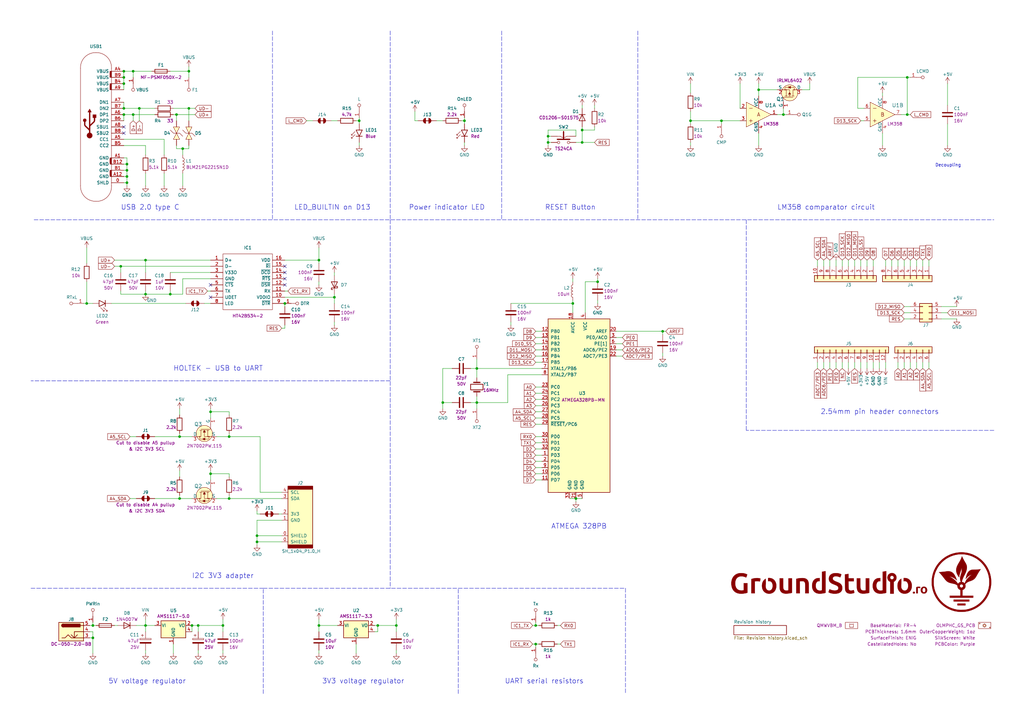
<source format=kicad_sch>
(kicad_sch (version 20230121) (generator eeschema)
  (paper "A3")
  (title_block (title "JADE U1+") (date "2024-01-30") (rev "1.1.0") (company "GroundStudio.ro") (comment 1 "Schematic: Victor Nicula"))
  (lib_symbols
    (symbol "GS_Global6:+3V3" (power) (pin_names (offset 0))
      (property "Value" "+3V3" (at 0 3.556 0))
      (symbol "+3V3_1_1"
        (pin power_in line (at 0 0 90) (length 0) hide (name "+3V3") (number "1"))
      )
    )
    (symbol "GS_Global6:+5V" (power) (pin_names (offset 0))
      (property "Value" "+5V" (at 0 3.556 0))
      (symbol "+5V_1_1"
        (pin power_in line (at 0 0 90) (length 0) hide (name "+5V") (number "1"))
      )
    )
    (symbol "GS_Global6:ATmega328PB-MUR" (pin_names (offset 1.016))
      (property "Reference" "U" (at 0.4826 1.0414 0))
      (property "MPN" "ATMEGA328PB-MN" (at 0.4826 1.0414 0))
      (symbol "ATmega328PB-MUR_1_1"
        (pin bidirectional line (at 15.24 -20.32 180) (length 2.54) (name "PD3") (number "1"))
        (pin bidirectional line (at 15.24 -27.94 180) (length 2.54) (name "PD6") (number "10"))
        (pin bidirectional line (at 15.24 -30.48 180) (length 2.54) (name "PD7") (number "11"))
        (pin bidirectional line (at 15.24 30.48 180) (length 2.54) (name "PB0") (number "12"))
        (pin bidirectional line (at 15.24 27.94 180) (length 2.54) (name "PB1") (number "13"))
        (pin bidirectional line (at 15.24 25.4 180) (length 2.54) (name "PB2") (number "14"))
        (pin bidirectional line (at 15.24 22.86 180) (length 2.54) (name "PB3") (number "15"))
        (pin bidirectional line (at 15.24 20.32 180) (length 2.54) (name "PB4") (number "16"))
        (pin bidirectional line (at 15.24 17.78 180) (length 2.54) (name "PB5") (number "17"))
        (pin power_in line (at 2.54 38.1 270) (length 2.54) (name "AVCC") (number "18"))
        (pin input line (at -15.24 22.86 0) (length 2.54) (name "ADC6/PE2") (number "19"))
        (pin bidirectional line (at 15.24 -22.86 180) (length 2.54) (name "PD4") (number "2"))
        (pin passive line (at -15.24 30.48 0) (length 2.54) (name "AREF") (number "20"))
        (pin power_in line (at 1.27 -38.1 90) (length 2.54) (name "GND") (number "21"))
        (pin input line (at -15.24 20.32 0) (length 2.54) (name "ADC7/PE3") (number "22"))
        (pin bidirectional line (at 15.24 7.62 180) (length 2.54) (name "PC0") (number "23"))
        (pin bidirectional line (at 15.24 5.08 180) (length 2.54) (name "PC1") (number "24"))
        (pin bidirectional line (at 15.24 2.54 180) (length 2.54) (name "PC2") (number "25"))
        (pin bidirectional line (at 15.24 0 180) (length 2.54) (name "PC3") (number "26"))
        (pin bidirectional line (at 15.24 -2.54 180) (length 2.54) (name "PC4") (number "27"))
        (pin bidirectional line (at 15.24 -5.08 180) (length 2.54) (name "PC5") (number "28"))
        (pin bidirectional line (at 15.24 -7.62 180) (length 2.54) (name "~{RESET}/PC6") (number "29"))
        (pin power_in line (at -15.24 27.94 0) (length 2.54) (name "PE0/ACO") (number "3"))
        (pin bidirectional line (at 15.24 -12.7 180) (length 2.54) (name "PD0") (number "30"))
        (pin bidirectional line (at 15.24 -15.24 180) (length 2.54) (name "PD1") (number "31"))
        (pin bidirectional line (at 15.24 -17.78 180) (length 2.54) (name "PD2") (number "32"))
        (pin power_in line (at 3.81 -38.1 90) (length 2.54) (name "GND") (number "33"))
        (pin power_in line (at -2.54 38.1 270) (length 2.54) (name "VCC") (number "4"))
        (pin passive line (at -1.27 -38.1 90) (length 2.54) (name "GND") (number "5"))
        (pin power_in line (at -15.24 25.4 0) (length 2.54) (name "PE[1]") (number "6"))
        (pin bidirectional line (at 15.24 15.24 180) (length 2.54) (name "XTAL1/PB6") (number "7"))
        (pin bidirectional line (at 15.24 12.7 180) (length 2.54) (name "XTAL2/PB7") (number "8"))
        (pin bidirectional line (at 15.24 -25.4 180) (length 2.54) (name "PD5") (number "9"))
      )
    )
    (symbol "GS_Global6:Bag_120x80mm_ZIP" (pin_names (offset 1.016))
      (property "Value" "Bag_120x80mm_ZIP" (at 0 5.08 0))
    )
    (symbol "GS_Global6:C" (pin_numbers hide) (pin_names (offset 0.254))
      (property "Reference" "C" (at 0.635 2.54 0))
      (property "Value" "C" (at 0.635 -2.54 0))
      (symbol "C_1_1"
        (pin passive line (at 0 3.81 270) (length 2.794) (name "~") (number "1"))
        (pin passive line (at 0 -3.81 90) (length 2.794) (name "~") (number "2"))
      )
    )
    (symbol "GS_Global6:CP" (pin_numbers hide) (pin_names (offset 0.254))
      (property "Reference" "C" (at 0.635 2.54 0))
      (property "Value" "CP" (at 0.635 -2.54 0))
      (symbol "CP_1_1"
        (pin passive line (at 0 3.81 270) (length 2.794) (name "~") (number "1"))
        (pin passive line (at 0 -3.81 90) (length 2.794) (name "~") (number "2"))
      )
    )
    (symbol "GS_Global6:Conn_01x06" (pin_names (offset 1.016) hide)
      (property "Reference" "J" (at 0 7.62 0))
      (property "Value" "Conn_01x06" (at 0 -10.16 0))
      (symbol "Conn_01x06_1_1"
        (pin passive line (at -5.08 5.08 0) (length 3.81) (name "Pin_1") (number "1"))
        (pin passive line (at -5.08 2.54 0) (length 3.81) (name "Pin_2") (number "2"))
        (pin passive line (at -5.08 0 0) (length 3.81) (name "Pin_3") (number "3"))
        (pin passive line (at -5.08 -2.54 0) (length 3.81) (name "Pin_4") (number "4"))
        (pin passive line (at -5.08 -5.08 0) (length 3.81) (name "Pin_5") (number "5"))
        (pin passive line (at -5.08 -7.62 0) (length 3.81) (name "Pin_6") (number "6"))
      )
    )
    (symbol "GS_Global6:Conn_01x08" (pin_names (offset 1.016) hide)
      (property "Reference" "J" (at 0 10.16 0))
      (property "Value" "Conn_01x08" (at 0 -12.7 0))
      (symbol "Conn_01x08_1_1"
        (pin passive line (at -5.08 7.62 0) (length 3.81) (name "Pin_1") (number "1"))
        (pin passive line (at -5.08 5.08 0) (length 3.81) (name "Pin_2") (number "2"))
        (pin passive line (at -5.08 2.54 0) (length 3.81) (name "Pin_3") (number "3"))
        (pin passive line (at -5.08 0 0) (length 3.81) (name "Pin_4") (number "4"))
        (pin passive line (at -5.08 -2.54 0) (length 3.81) (name "Pin_5") (number "5"))
        (pin passive line (at -5.08 -5.08 0) (length 3.81) (name "Pin_6") (number "6"))
        (pin passive line (at -5.08 -7.62 0) (length 3.81) (name "Pin_7") (number "7"))
        (pin passive line (at -5.08 -10.16 0) (length 3.81) (name "Pin_8") (number "8"))
      )
    )
    (symbol "GS_Global6:Conn_01x10" (pin_names (offset 1.016) hide)
      (property "Reference" "J" (at 0 12.7 0))
      (symbol "Conn_01x10_1_1"
        (pin passive line (at -5.08 10.16 0) (length 3.81) (name "Pin_1") (number "1"))
        (pin passive line (at -5.08 -12.7 0) (length 3.81) (name "Pin_10") (number "10"))
        (pin passive line (at -5.08 7.62 0) (length 3.81) (name "Pin_2") (number "2"))
        (pin passive line (at -5.08 5.08 0) (length 3.81) (name "Pin_3") (number "3"))
        (pin passive line (at -5.08 2.54 0) (length 3.81) (name "Pin_4") (number "4"))
        (pin passive line (at -5.08 0 0) (length 3.81) (name "Pin_5") (number "5"))
        (pin passive line (at -5.08 -2.54 0) (length 3.81) (name "Pin_6") (number "6"))
        (pin passive line (at -5.08 -5.08 0) (length 3.81) (name "Pin_7") (number "7"))
        (pin passive line (at -5.08 -7.62 0) (length 3.81) (name "Pin_8") (number "8"))
        (pin passive line (at -5.08 -10.16 0) (length 3.81) (name "Pin_9") (number "9"))
      )
    )
    (symbol "GS_Global6:Conn_01x12" (pin_names (offset 1.016) hide)
      (property "Reference" "J" (at 0 15.24 0))
      (property "Value" "Conn_01x12" (at 0 -17.78 0))
      (symbol "Conn_01x12_1_1"
        (pin passive line (at -5.08 12.7 0) (length 3.81) (name "Pin_1") (number "1"))
        (pin passive line (at -5.08 -10.16 0) (length 3.81) (name "Pin_10") (number "10"))
        (pin passive line (at -5.08 -12.7 0) (length 3.81) (name "Pin_11") (number "11"))
        (pin passive line (at -5.08 -15.24 0) (length 3.81) (name "Pin_12") (number "12"))
        (pin passive line (at -5.08 10.16 0) (length 3.81) (name "Pin_2") (number "2"))
        (pin passive line (at -5.08 7.62 0) (length 3.81) (name "Pin_3") (number "3"))
        (pin passive line (at -5.08 5.08 0) (length 3.81) (name "Pin_4") (number "4"))
        (pin passive line (at -5.08 2.54 0) (length 3.81) (name "Pin_5") (number "5"))
        (pin passive line (at -5.08 0 0) (length 3.81) (name "Pin_6") (number "6"))
        (pin passive line (at -5.08 -2.54 0) (length 3.81) (name "Pin_7") (number "7"))
        (pin passive line (at -5.08 -5.08 0) (length 3.81) (name "Pin_8") (number "8"))
        (pin passive line (at -5.08 -7.62 0) (length 3.81) (name "Pin_9") (number "9"))
      )
    )
    (symbol "GS_Global6:Conn_02x03_Odd_Even" (pin_names (offset 1.016) hide)
      (property "Reference" "J" (at 0 5.08 0))
      (property "Value" "Conn_02x03_Odd_Even" (at 1.27 -5.08 0))
      (symbol "Conn_02x03_Odd_Even_1_1"
        (pin passive line (at -6.35 2.54 0) (length 3.81) (name "Pin_1") (number "1"))
        (pin passive line (at 6.35 2.54 180) (length 3.81) (name "Pin_2") (number "2"))
        (pin passive line (at -6.35 0 0) (length 3.81) (name "Pin_3") (number "3"))
        (pin passive line (at 6.35 0 180) (length 3.81) (name "Pin_4") (number "4"))
        (pin passive line (at -6.35 -2.54 0) (length 3.81) (name "Pin_5") (number "5"))
        (pin passive line (at 6.35 -2.54 180) (length 3.81) (name "Pin_6") (number "6"))
      )
    )
    (symbol "GS_Global6:D" (pin_numbers hide) (pin_names (offset 1.016) hide)
      (property "Reference" "D" (at 0 2.54 0))
      (property "Value" "D" (at 0 -2.54 0))
      (symbol "D_1_1"
        (pin passive line (at -3.81 0 0) (length 2.54) (name "K") (number "1"))
        (pin passive line (at 3.81 0 180) (length 2.54) (name "A") (number "2"))
      )
    )
    (symbol "GS_Global6:DC-005-5.5-Barr_Jck_SMD" (pin_names (offset 1.016))
      (property "Reference" "J" (at 0 5.334 0))
      (property "MPN" "DC-050-2.0-BB" (at -3.81 7.62 0))
      (symbol "DC-005-5.5-Barr_Jck_SMD_1_1"
        (pin passive line (at 7.62 -2.54 180) (length 2.54) (name "~") (number "3"))
        (pin passive line (at 7.62 0 180) (length 2.54) (name "~") (number "4"))
        (pin passive line (at 7.62 2.54 180) (length 2.54) (name "~") (number "5"))
      )
    )
    (symbol "GS_Global6:D_Schottky" (pin_numbers hide) (pin_names (offset 1.016) hide)
      (property "Reference" "D" (at 0 2.54 0))
      (property "Value" "D_Schottky" (at 0 -2.54 0))
      (symbol "D_Schottky_1_1"
        (pin passive line (at -3.81 0 0) (length 2.54) (name "K") (number "1"))
        (pin passive line (at 3.81 0 180) (length 2.54) (name "A") (number "2"))
      )
    )
    (symbol "GS_Global6:ESD_0402_PS0402V014AT" (pin_numbers hide) (pin_names (offset 0) hide)
      (property "Reference" "Z" (at 2.54 -2.54 0))
      (symbol "ESD_0402_PS0402V014AT_1_1"
        (pin passive line (at -5.08 0 0) (length 2.54) (name "~") (number "1"))
        (pin passive line (at 5.08 0 180) (length 2.54) (name "~") (number "2"))
      )
    )
    (symbol "GS_Global6:Fuse" (pin_numbers hide) (pin_names (offset 0))
      (property "Reference" "F" (at 2.032 0 90))
      (property "Value" "Fuse" (at -1.905 0 90))
      (symbol "Fuse_1_1"
        (pin passive line (at 0 3.81 270) (length 1.27) (name "~") (number "1"))
        (pin passive line (at 0 -3.81 90) (length 1.27) (name "~") (number "2"))
      )
    )
    (symbol "GS_Global6:GND" (power) (pin_names (offset 0))
      (property "Value" "GND" (at 0 -3.81 0))
      (symbol "GND_1_1"
        (pin power_in line (at 0 0 270) (length 0) hide (name "GND") (number "1"))
      )
    )
    (symbol "GS_Global6:HC49-SMD_5M0-1600A2020" (pin_numbers hide) (pin_names (offset 1.016) hide)
      (property "Reference" "Y" (at 0 3.81 0))
      (property "MPN" "5M0-1600A2020-01" (at 0 -7.62 0))
      (property "Frequency" "16MHz" (at 0 0 0))
      (symbol "HC49-SMD_5M0-1600A2020_1_1"
        (pin passive line (at -3.81 0 0) (length 1.27) (name "1") (number "1"))
        (pin passive line (at 3.81 0 180) (length 1.27) (name "2") (number "2"))
      )
    )
    (symbol "GS_Global6:HT42B534-2" (pin_names (offset 0.762))
      (property "Reference" "IC" (at 26.67 7.62 0))
      (property "Value" "HT42B534-2" (at 26.67 5.08 0))
      (property "MPN" "HT42B534-2" (at 0 0 0))
      (symbol "HT42B534-2_0_0"
        (pin passive line (at 0 0 0) (length 5.08) (name "D+") (number "1"))
        (pin passive line (at 30.48 -15.24 180) (length 5.08) (name "VDDIO") (number "10"))
        (pin passive line (at 30.48 -12.7 180) (length 5.08) (name "RX") (number "11"))
        (pin passive line (at 30.48 -10.16 180) (length 5.08) (name "~{DSR}") (number "12"))
        (pin passive line (at 30.48 -7.62 180) (length 5.08) (name "~{RTS}") (number "13"))
        (pin passive line (at 30.48 -5.08 180) (length 5.08) (name "~{DCD}") (number "14"))
        (pin passive line (at 30.48 -2.54 180) (length 5.08) (name "~{RI}") (number "15"))
        (pin passive line (at 30.48 0 180) (length 5.08) (name "VDD") (number "16"))
        (pin passive line (at 0 -2.54 0) (length 5.08) (name "D-") (number "2"))
        (pin passive line (at 0 -5.08 0) (length 5.08) (name "V33O") (number "3"))
        (pin passive line (at 0 -7.62 0) (length 5.08) (name "GND") (number "4"))
        (pin passive line (at 0 -10.16 0) (length 5.08) (name "~{CTS}") (number "5"))
        (pin passive line (at 0 -12.7 0) (length 5.08) (name "TX") (number "6"))
        (pin passive line (at 0 -15.24 0) (length 5.08) (name "UDET") (number "7"))
        (pin passive line (at 0 -17.78 0) (length 5.08) (name "LED") (number "8"))
        (pin passive line (at 30.48 -17.78 180) (length 5.08) (name "~{DTR}") (number "9"))
      )
    )
    (symbol "GS_Global6:L" (pin_numbers hide) (pin_names (offset 1.016) hide)
      (property "Reference" "L" (at -1.27 0 90))
      (symbol "L_1_1"
        (pin passive line (at 0 3.81 270) (length 1.27) (name "1") (number "1"))
        (pin passive line (at 0 -3.81 90) (length 1.27) (name "2") (number "2"))
      )
    )
    (symbol "GS_Global6:LED_0402_BLUE" (pin_numbers hide) (pin_names (offset 1.016) hide)
      (property "Reference" "LED" (at 0.508 1.778 0))
      (property "Color" "Blue" (at 0 0 0))
      (symbol "LED_0402_BLUE_1_1"
        (pin output line (at -5.08 0 0) (length 2.54) (name "K") (number "1"))
        (pin input line (at 2.54 0 180) (length 2.54) (name "A") (number "2"))
      )
    )
    (symbol "GS_Global6:LED_0402_GREEN" (pin_numbers hide) (pin_names (offset 1.016) hide)
      (property "Reference" "LED" (at 0.508 1.778 0))
      (property "Color" "Green" (at 0 0 0))
      (symbol "LED_0402_GREEN_1_1"
        (pin output line (at -5.08 0 0) (length 2.54) (name "K") (number "1"))
        (pin input line (at 2.54 0 180) (length 2.54) (name "A") (number "2"))
      )
    )
    (symbol "GS_Global6:LED_0402_RED" (pin_numbers hide) (pin_names (offset 1.016) hide)
      (property "Reference" "LED" (at 0.508 1.778 0))
      (property "Color" "Red" (at 0 0 0))
      (symbol "LED_0402_RED_1_1"
        (pin output line (at -5.08 0 0) (length 2.54) (name "K") (number "1"))
        (pin input line (at 2.54 0 180) (length 2.54) (name "A") (number "2"))
      )
    )
    (symbol "GS_Global6:PCB" (pin_names (offset 1.016))
      (property "MPN" "_GS_PCB" (at -3.81 0 0))
      (property "BaseMaterial" "BaseMaterial: FR-4" (at -27.94 0 0))
      (property "PCBThickness" "PCBThickness: 1.6mm" (at -27.94 -2.54 0))
      (property "PCBColor" "PCBColor: Green" (at -3.81 -7.62 0))
      (property "SilkScreen" "SilkScreen: White" (at -3.81 -5.08 0))
      (property "SurfaceFinish" "SurfaceFinish: ENIG" (at -27.94 -5.08 0))
      (property "OuterCopperWeight" "OuterCopperWeight: 1oz" (at -3.81 -2.54 0))
      (property "CastellatedHoles" "CastellatedHoles: No" (at -27.94 -7.62 0))
    )
    (symbol "GS_Global6:R" (pin_numbers hide) (pin_names (offset 0))
      (property "Reference" "R" (at 2.032 0 90))
      (property "Value" "R" (at 0 0 90))
      (symbol "R_1_1"
        (pin passive line (at 0 3.81 270) (length 1.27) (name "~") (number "1"))
        (pin passive line (at 0 -3.81 90) (length 1.27) (name "~") (number "2"))
      )
    )
    (symbol "GS_Global6:R_0402_10k" (pin_numbers hide) (pin_names (offset 0))
      (property "Reference" "R" (at 2.032 0 90))
      (property "Resistance" "10k" (at 0 0 0))
      (symbol "R_0402_10k_1_1"
        (pin passive line (at 0 3.81 270) (length 1.27) (name "~") (number "1"))
        (pin passive line (at 0 -3.81 90) (length 1.27) (name "~") (number "2"))
      )
    )
    (symbol "GS_Global6:R_0402_1k" (pin_numbers hide) (pin_names (offset 0))
      (property "Reference" "R" (at 2.032 0 90))
      (property "Resistance" "1k" (at 0 0 0))
      (symbol "R_0402_1k_1_1"
        (pin passive line (at 0 3.81 270) (length 1.27) (name "~") (number "1"))
        (pin passive line (at 0 -3.81 90) (length 1.27) (name "~") (number "2"))
      )
    )
    (symbol "GS_Global6:R_0402_2.2k" (pin_numbers hide) (pin_names (offset 0))
      (property "Reference" "R" (at 2.032 0 90))
      (property "Resistance" "2.2k" (at 0 0 0))
      (symbol "R_0402_2.2k_1_1"
        (pin passive line (at 0 3.81 270) (length 1.27) (name "~") (number "1"))
        (pin passive line (at 0 -3.81 90) (length 1.27) (name "~") (number "2"))
      )
    )
    (symbol "GS_Global6:R_0402_4.7k" (pin_numbers hide) (pin_names (offset 0))
      (property "Reference" "R" (at 2.032 0 90))
      (property "Resistance" "4.7k" (at 0 0 0))
      (symbol "R_0402_4.7k_1_1"
        (pin passive line (at 0 3.81 270) (length 1.27) (name "~") (number "1"))
        (pin passive line (at 0 -3.81 90) (length 1.27) (name "~") (number "2"))
      )
    )
    (symbol "GS_Global6:SH_1x04_P1.0_H" (pin_names (offset 1.016))
      (property "Reference" "J" (at 1.27 13.97 0))
      (symbol "SH_1x04_P1.0_H_1_1"
        (pin power_out line (at -7.62 -10.16 0) (length 2.54) (name "SHIELD") (number "0"))
        (pin power_out line (at -7.62 -7.62 0) (length 2.54) (name "SHIELD") (number "0"))
        (pin power_out line (at -7.62 -1.27 0) (length 2.54) (name "GND") (number "1"))
        (pin power_in line (at -7.62 1.27 0) (length 2.54) (name "3V3") (number "2"))
        (pin bidirectional line (at -7.62 7.62 0) (length 2.54) (name "SDA") (number "3"))
        (pin bidirectional line (at -7.62 10.16 0) (length 2.54) (name "SCL") (number "4"))
      )
    )
    (symbol "GS_Global6:SOP-8_3.9x4.9_P1.27_LM358" (pin_names (offset 0))
      (property "Reference" "U" (at -5.08 7.62 0))
      (property "Value" "SOP-8_3.9x4.9_P1.27_LM358" (at 2.54 -5.08 0))
      (symbol "SOP-8_3.9x4.9_P1.27_LM358_1_0"
        (text "A" (at 0 0 0) (effects (font (size 1.524 1.524))))
      )
      (symbol "SOP-8_3.9x4.9_P1.27_LM358_1_1"
        (pin output line (at 7.62 0 180) (length 2.54) (name "~") (number "1"))
        (pin input line (at -7.62 2.54 0) (length 2.54) (name "~") (number "2"))
        (pin input line (at -7.62 -2.54 0) (length 2.54) (name "~") (number "3"))
        (pin power_in line (at 0 -7.62 90) (length 5.08) (name "GND") (number "4"))
        (pin power_in line (at 0 7.62 270) (length 5.08) (name "VCC") (number "8"))
      )
      (symbol "SOP-8_3.9x4.9_P1.27_LM358_2_0"
        (text "B" (at 0 0 0) (effects (font (size 1.524 1.524))))
      )
      (symbol "SOP-8_3.9x4.9_P1.27_LM358_2_1"
        (pin power_in line (at 0 -5.08 90) (length 2.54) (name "GND") (number "4"))
        (pin input line (at -7.62 -2.54 0) (length 2.54) (name "~") (number "5"))
        (pin input line (at -7.62 2.54 0) (length 2.54) (name "~") (number "6"))
        (pin output line (at 7.62 0 180) (length 2.54) (name "~") (number "7"))
        (pin power_in line (at 0 5.08 270) (length 2.54) (name "VCC") (number "8"))
      )
    )
    (symbol "GS_Global6:SOT-223_AMS1117-3.3" (pin_names (offset 0.254))
      (property "Reference" "U" (at -3.81 3.175 0))
      (property "MPN" "AMS1117-3.3" (at 0 0 0))
      (symbol "SOT-223_AMS1117-3.3_1_1"
        (pin input line (at 0 -7.62 90) (length 2.54) (name "GND") (number "1"))
        (pin power_out line (at 7.62 0 180) (length 2.54) (name "VO") (number "2"))
        (pin power_in line (at -7.62 0 0) (length 2.54) (name "VI") (number "3"))
        (pin power_out line (at 7.62 -2.54 180) (length 2.54) (name "~") (number "4"))
      )
    )
    (symbol "GS_Global6:SOT-223_AMS1117-5.0" (pin_names (offset 0.254))
      (property "Reference" "U" (at -3.81 3.175 0))
      (property "MPN" "AMS1117-3.3" (at 0 0 0))
      (symbol "SOT-223_AMS1117-5.0_1_1"
        (pin power_in line (at 0 -7.62 90) (length 2.54) (name "GND") (number "1"))
        (pin power_out line (at 7.62 0 180) (length 2.54) (name "VO") (number "2"))
        (pin power_in line (at -7.62 0 0) (length 2.54) (name "VI") (number "3"))
        (pin power_out line (at 7.62 -2.54 180) (length 2.54) (name "~") (number "4"))
      )
    )
    (symbol "GS_Global6:SOT-23_IRLML6402" (pin_names (offset 0))
      (property "Reference" "Q" (at -2.6924 3.6322 0))
      (property "MPN" "IRLML6402" (at 0 0 0))
      (symbol "SOT-23_IRLML6402_1_1"
        (pin bidirectional line (at -7.62 -2.54 0) (length 2.54) (name "G") (number "1"))
        (pin bidirectional line (at 0 -5.08 90) (length 2.54) (name "S") (number "2"))
        (pin bidirectional line (at 0 5.08 270) (length 2.54) (name "D") (number "3"))
      )
    )
    (symbol "GS_Global6:SOT-323 2N7002PW" (pin_names (offset 0))
      (property "Reference" "Q" (at -2.6924 3.6322 0))
      (property "MPN" "2N7002PW,115" (at 0 0 0))
      (symbol "SOT-323 2N7002PW_1_1"
        (pin bidirectional line (at -7.62 -2.54 0) (length 2.54) (name "G") (number "1"))
        (pin bidirectional line (at 0 -5.08 90) (length 2.54) (name "S") (number "2"))
        (pin bidirectional line (at 0 5.08 270) (length 2.54) (name "D") (number "3"))
      )
    )
    (symbol "GS_Global6:SolderJumper_NC" (pin_numbers hide) (pin_names (offset 0) hide)
      (property "Reference" "J" (at 0 10.16 0))
      (property "Value" "SolderJumper_NC" (at 3.81 0 90))
      (symbol "SolderJumper_NC_1_1"
        (pin passive line (at 0 3.81 270) (length 2.9972) (name "1") (number "1"))
        (pin passive line (at 0 -3.81 90) (length 2.9972) (name "2") (number "2"))
      )
    )
    (symbol "GS_Global6:TS24CA" (pin_numbers hide) (pin_names (offset 1.016) hide)
      (property "Reference" "SW" (at 1.27 2.54 0))
      (property "MPN" "TS24CA" (at -0.2794 7.0104 0))
      (symbol "TS24CA_0_1"
        (pin passive line (at -5.08 -2.54 0) (length 2.54) (name "3") (number "3"))
        (pin passive line (at 5.08 -2.54 180) (length 2.54) (name "4") (number "4"))
      )
      (symbol "TS24CA_1_1"
        (pin passive line (at -5.08 0 0) (length 2.54) (name "1") (number "1"))
        (pin passive line (at 5.08 0 180) (length 2.54) (name "2") (number "2"))
      )
    )
    (symbol "GS_Global6:TestPoint" (pin_names (offset 1.016))
      (property "Value" "TestPoint" (at 0 2.54 0))
      (symbol "TestPoint_1_1"
        (pin passive line (at 0 -5.08 90) (length 2.54) (name "") (number "1"))
      )
    )
    (symbol "GS_Global6:USB_C_FULL" (pin_names (offset 1.016))
      (property "Reference" "USB1" (at 0 34.29 0))
      (symbol "USB_C_FULL_1_1"
        (pin power_out line (at 11.43 -21.59 180) (length 5.08) (name "SHLD") (number "0"))
        (pin power_out line (at 11.43 -11.43 180) (length 5.08) (name "GND") (number "A1"))
        (pin power_out line (at 11.43 -19.05 180) (length 5.08) (name "GND") (number "A12"))
        (pin power_in line (at 11.43 24.13 180) (length 5.08) (name "VBUS") (number "A4"))
        (pin input line (at 11.43 -3.81 180) (length 5.08) (name "CC1") (number "A5"))
        (pin bidirectional line (at 11.43 6.35 180) (length 5.08) (name "DP1") (number "A6"))
        (pin bidirectional line (at 11.43 11.43 180) (length 5.08) (name "DN1") (number "A7"))
        (pin bidirectional line (at 11.43 1.27 180) (length 5.08) (name "SBU1") (number "A8"))
        (pin power_in line (at 11.43 16.51 180) (length 5.08) (name "VBUS") (number "A9"))
        (pin power_out line (at 11.43 -16.51 180) (length 5.08) (name "GND") (number "B1"))
        (pin power_out line (at 11.43 -13.97 180) (length 5.08) (name "GND") (number "B12"))
        (pin power_in line (at 11.43 19.05 180) (length 5.08) (name "VBUS") (number "B4"))
        (pin input line (at 11.43 -6.35 180) (length 5.08) (name "CC2") (number "B5"))
        (pin bidirectional line (at 11.43 3.81 180) (length 5.08) (name "DP2") (number "B6"))
        (pin bidirectional line (at 11.43 8.89 180) (length 5.08) (name "DN2") (number "B7"))
        (pin bidirectional line (at 11.43 -1.27 180) (length 5.08) (name "SBU2") (number "B8"))
        (pin power_in line (at 11.43 21.59 180) (length 5.08) (name "VBUS") (number "B9"))
      )
    )
    (symbol "GS_Global6:VBUS" (power) (pin_names (offset 0))
      (property "Value" "VBUS" (at 0 3.81 0))
      (symbol "VBUS_1_1"
        (pin power_in line (at 0 0 90) (length 0) hide (name "VBUS") (number "1"))
      )
    )
    (symbol "GS_Global6:VIN" (power) (pin_names (offset 0))
      (property "Value" "VIN" (at 0 3.81 0))
      (symbol "VIN_1_1"
        (pin power_in line (at 0 0 90) (length 0) hide (name "VIN") (number "1"))
      )
    )
    (symbol "GS_Local:IRLML6402" (pin_names (offset 0))
      (property "Reference" "Q" (at -2.6924 3.6322 0))
      (property "Value" "IRLML6402" (at 3.4544 0 90))
      (symbol "IRLML6402_1_1"
        (pin bidirectional line (at -7.62 -2.54 0) (length 2.54) (name "G") (number "1"))
        (pin bidirectional line (at 0 -5.08 90) (length 2.54) (name "S") (number "2"))
        (pin bidirectional line (at 0 5.08 270) (length 2.54) (name "D") (number "3"))
      )
    )
    (symbol "GS_Local:LM358" (pin_names (offset 0))
      (property "Reference" "U" (at -5.08 7.62 0))
      (property "Value" "LM358" (at 2.54 -5.08 0))
      (symbol "LM358_1_0"
        (text "A" (at 0 0 0) (effects (font (size 1.524 1.524))))
      )
      (symbol "LM358_1_1"
        (pin output line (at 7.62 0 180) (length 2.54) (name "~") (number "1"))
        (pin input line (at -7.62 2.54 0) (length 2.54) (name "~") (number "2"))
        (pin input line (at -7.62 -2.54 0) (length 2.54) (name "~") (number "3"))
        (pin power_in line (at 0 -5.08 90) (length 2.54) (name "GND") (number "4"))
        (pin power_in line (at 0 5.08 270) (length 2.54) (name "VCC") (number "8"))
      )
      (symbol "LM358_2_0"
        (text "B" (at 0 0 0) (effects (font (size 1.524 1.524))))
      )
      (symbol "LM358_2_1"
        (pin power_in line (at 0 -5.08 90) (length 2.54) (name "GND") (number "4"))
        (pin input line (at -7.62 -2.54 0) (length 2.54) (name "~") (number "5"))
        (pin input line (at -7.62 2.54 0) (length 2.54) (name "~") (number "6"))
        (pin output line (at 7.62 0 180) (length 2.54) (name "~") (number "7"))
        (pin power_in line (at 0 5.08 270) (length 2.54) (name "VCC") (number "8"))
      )
    )
    (symbol "GS_logo_mai_mic:LOGO" (pin_names (offset 1.016)))
    (symbol "SOP-8_3.9x4.9_P1.27_LM358_1" (pin_names (offset 0))
      (property "Reference" "U" (at -5.08 7.62 0))
      (property "Value" "SOP-8_3.9x4.9_P1.27_LM358_1" (at 2.54 -5.08 0))
      (symbol "SOP-8_3.9x4.9_P1.27_LM358_1_1_0"
        (text "A" (at 0 0 0) (effects (font (size 1.524 1.524))))
      )
      (symbol "SOP-8_3.9x4.9_P1.27_LM358_1_1_1"
        (pin output line (at 7.62 0 180) (length 2.54) (name "~") (number "1"))
        (pin input line (at -7.62 2.54 0) (length 2.54) (name "~") (number "2"))
        (pin input line (at -7.62 -2.54 0) (length 2.54) (name "~") (number "3"))
        (pin power_in line (at 0 -7.62 90) (length 5.08) (name "GND") (number "4"))
        (pin power_in line (at 0 7.62 270) (length 5.08) (name "VCC") (number "8"))
      )
      (symbol "SOP-8_3.9x4.9_P1.27_LM358_1_2_0"
        (text "B" (at 0 0 0) (effects (font (size 1.524 1.524))))
      )
      (symbol "SOP-8_3.9x4.9_P1.27_LM358_1_2_1"
        (pin power_in line (at 0 -7.62 90) (length 5.08) (name "GND") (number "4"))
        (pin input line (at -7.62 -2.54 0) (length 2.54) (name "~") (number "5"))
        (pin input line (at -7.62 2.54 0) (length 2.54) (name "~") (number "6"))
        (pin output line (at 7.62 0 180) (length 2.54) (name "~") (number "7"))
        (pin power_in line (at 0 7.62 270) (length 5.08) (name "VCC") (number "8"))
      )
    )
    (symbol "TestPoint_1" (pin_names (offset 1.016))
      (property "Value" "TestPoint_1" (at 0 2.54 0))
      (symbol "TestPoint_1_1_1"
        (pin passive line (at 0 -5.08 90) (length 2.54) (name "") (number "1"))
      )
    )
    (symbol "TestPoint_10" (pin_names (offset 1.016))
      (property "Value" "TestPoint_10" (at 0 2.54 0))
      (symbol "TestPoint_10_1_1"
        (pin passive line (at 0 -5.08 90) (length 2.54) (name "") (number "1"))
      )
    )
    (symbol "TestPoint_12" (pin_names (offset 1.016))
      (property "Value" "TestPoint_12" (at 0 2.54 0))
      (symbol "TestPoint_12_1_1"
        (pin passive line (at 0 -5.08 90) (length 2.54) (name "") (number "1"))
      )
    )
    (symbol "TestPoint_13" (pin_names (offset 1.016))
      (property "Value" "TestPoint_13" (at 0 2.54 0))
      (symbol "TestPoint_13_1_1"
        (pin passive line (at 0 -5.08 90) (length 2.54) (name "") (number "1"))
      )
    )
    (symbol "TestPoint_2" (pin_names (offset 1.016))
      (property "Value" "TestPoint_2" (at 0 2.54 0))
      (symbol "TestPoint_2_1_1"
        (pin passive line (at 0 -5.08 90) (length 2.54) (name "") (number "1"))
      )
    )
    (symbol "TestPoint_3" (pin_names (offset 1.016))
      (property "Value" "TestPoint_3" (at 0 2.54 0))
      (symbol "TestPoint_3_1_1"
        (pin passive line (at 0 -5.08 90) (length 2.54) (name "") (number "1"))
      )
    )
    (symbol "TestPoint_4" (pin_names (offset 1.016))
      (property "Value" "TestPoint_4" (at 0 2.54 0))
      (symbol "TestPoint_4_1_1"
        (pin passive line (at 0 -5.08 90) (length 2.54) (name "") (number "1"))
      )
    )
    (symbol "TestPoint_5" (pin_names (offset 1.016))
      (property "Value" "TestPoint_5" (at 0 2.54 0))
      (symbol "TestPoint_5_1_1"
        (pin passive line (at 0 -5.08 90) (length 2.54) (name "") (number "1"))
      )
    )
    (symbol "TestPoint_6" (pin_names (offset 1.016))
      (property "Value" "TestPoint_6" (at 0 2.54 0))
      (symbol "TestPoint_6_1_1"
        (pin passive line (at 0 -5.08 90) (length 2.54) (name "") (number "1"))
      )
    )
    (symbol "TestPoint_7" (pin_names (offset 1.016))
      (property "Value" "TestPoint_7" (at 0 2.54 0))
      (symbol "TestPoint_7_1_1"
        (pin passive line (at 0 -5.08 90) (length 2.54) (name "") (number "1"))
      )
    )
    (symbol "TestPoint_8" (pin_names (offset 1.016))
      (property "Value" "TestPoint_8" (at 0 2.54 0))
      (symbol "TestPoint_8_1_1"
        (pin passive line (at 0 -5.08 90) (length 2.54) (name "") (number "1"))
      )
    )
    (symbol "TestPoint_9" (pin_names (offset 1.016))
      (property "Value" "TestPoint_9" (at 0 2.54 0))
      (symbol "TestPoint_9_1_1"
        (pin passive line (at 0 -5.08 90) (length 2.54) (name "") (number "1"))
      )
    )
  )
  (junction (at 49.53 109.22))
  (junction (at 238.76 58.42))
  (junction (at 147.32 49.53))
  (junction (at 52.07 72.39))
  (junction (at 162.56 256.54))
  (junction (at 50.8 29.21))
  (junction (at 73.66 179.07))
  (junction (at 116.84 124.46))
  (junction (at 219.71 256.54))
  (junction (at 50.8 46.99))
  (junction (at 91.44 256.54))
  (junction (at 81.28 256.54))
  (junction (at 77.47 44.45))
  (junction (at 283.21 49.53))
  (junction (at 57.15 44.45))
  (junction (at 50.8 31.75))
  (junction (at 195.58 151.13))
  (junction (at 38.1 256.54))
  (junction (at 311.15 36.83))
  (junction (at 321.31 46.99))
  (junction (at 52.07 69.85))
  (junction (at 105.41 219.71))
  (junction (at 52.07 67.31))
  (junction (at 181.61 165.1))
  (junction (at 72.39 46.99))
  (junction (at 59.69 256.54))
  (junction (at 372.11 46.99))
  (junction (at 38.1 261.62))
  (junction (at 130.81 256.54))
  (junction (at 77.47 29.21))
  (junction (at 236.22 204.47))
  (junction (at 73.66 204.47))
  (junction (at 219.71 264.16))
  (junction (at 93.98 179.07))
  (junction (at 69.85 120.65))
  (junction (at 50.8 34.29))
  (junction (at 224.79 58.42))
  (junction (at 154.94 256.54))
  (junction (at 54.61 46.99))
  (junction (at 195.58 165.1))
  (junction (at 295.91 49.53))
  (junction (at 271.78 135.89))
  (junction (at 372.11 31.75))
  (junction (at 54.61 29.21))
  (junction (at 130.81 106.68))
  (junction (at 238.76 53.34))
  (junction (at 190.5 49.53))
  (junction (at 59.69 120.65))
  (junction (at 78.74 256.54))
  (junction (at 50.8 44.45))
  (junction (at 137.16 121.92))
  (junction (at 59.69 106.68))
  (junction (at 35.56 124.46))
  (junction (at 234.95 124.46))
  (junction (at 105.41 222.25))
  (junction (at 52.07 74.93))
  (junction (at 86.36 194.31))
  (junction (at 93.98 204.47))
  (junction (at 86.36 168.91))
  (junction (at 245.11 115.57))
  (junction (at 224.79 55.88))
  (junction (at 74.93 60.96))
  (no_connect (at 116.84 109.22))
  (no_connect (at 116.84 116.84))
  (no_connect (at 86.36 116.84))
  (no_connect (at 116.84 114.3))
  (no_connect (at 50.8 54.61))
  (no_connect (at 50.8 52.07))
  (no_connect (at 116.84 111.76))
  (no_connect (at 86.36 121.92))
  (wire (pts (xy 162.56 256.54) (xy 162.56 259.08)))
  (polyline (pts (xy 12.7 241.3) (xy 107.95 241.3)) (stroke (width 0) (type dash)))
  (wire (pts (xy 358.14 106.68) (xy 358.14 109.22)))
  (wire (pts (xy 190.5 59.69) (xy 190.5 58.42)))
  (wire (pts (xy 118.11 119.38) (xy 116.84 119.38)))
  (wire (pts (xy 162.56 254) (xy 162.56 256.54)))
  (wire (pts (xy 67.31 71.12) (xy 67.31 76.2)))
  (wire (pts (xy 355.6 106.68) (xy 355.6 109.22)))
  (wire (pts (xy 52.07 64.77) (xy 52.07 67.31)))
  (wire (pts (xy 370.84 128.27) (xy 373.38 128.27)))
  (polyline (pts (xy 407.67 176.53) (xy 306.07 176.53)) (stroke (width 0) (type dash)))
  (wire (pts (xy 86.36 168.91) (xy 93.98 168.91)))
  (wire (pts (xy 147.32 59.69) (xy 147.32 58.42)))
  (wire (pts (xy 220.98 264.16) (xy 219.71 264.16)))
  (wire (pts (xy 69.85 111.76) (xy 86.36 111.76)))
  (wire (pts (xy 59.69 111.76) (xy 59.69 106.68)))
  (wire (pts (xy 86.36 194.31) (xy 86.36 196.85)))
  (wire (pts (xy 271.78 146.05) (xy 271.78 144.78)))
  (wire (pts (xy 388.62 59.69) (xy 388.62 50.8)))
  (wire (pts (xy 115.57 134.62) (xy 116.84 134.62)))
  (wire (pts (xy 220.98 256.54) (xy 219.71 256.54)))
  (wire (pts (xy 116.84 134.62) (xy 116.84 133.35)))
  (wire (pts (xy 105.41 219.71) (xy 105.41 222.25)))
  (wire (pts (xy 71.12 264.16) (xy 71.12 267.97)))
  (wire (pts (xy 54.61 29.21) (xy 62.23 29.21)))
  (wire (pts (xy 255.27 138.43) (xy 252.73 138.43)))
  (wire (pts (xy 130.81 254) (xy 130.81 256.54)))
  (wire (pts (xy 137.16 133.35) (xy 137.16 132.08)))
  (wire (pts (xy 130.81 107.95) (xy 130.81 106.68)))
  (polyline (pts (xy 160.02 156.21) (xy 12.7 156.21)) (stroke (width 0) (type dash)))
  (wire (pts (xy 59.69 106.68) (xy 86.36 106.68)))
  (wire (pts (xy 219.71 143.51) (xy 222.25 143.51)))
  (wire (pts (xy 255.27 146.05) (xy 252.73 146.05)))
  (wire (pts (xy 86.36 193.04) (xy 86.36 194.31)))
  (wire (pts (xy 342.9 106.68) (xy 342.9 109.22)))
  (polyline (pts (xy 306.07 90.17) (xy 306.07 176.53)) (stroke (width 0) (type dash)))
  (wire (pts (xy 34.29 124.46) (xy 35.56 124.46)))
  (wire (pts (xy 236.22 53.34) (xy 224.79 53.34)))
  (wire (pts (xy 77.47 27.305) (xy 77.47 29.21)))
  (wire (pts (xy 83.82 124.46) (xy 86.36 124.46)))
  (wire (pts (xy 50.8 46.99) (xy 50.8 49.53)))
  (wire (pts (xy 218.44 264.16) (xy 219.71 264.16)))
  (wire (pts (xy 130.81 256.54) (xy 130.81 259.08)))
  (wire (pts (xy 337.82 151.13) (xy 337.82 148.59)))
  (wire (pts (xy 195.58 165.1) (xy 195.58 167.64)))
  (wire (pts (xy 50.8 29.21) (xy 50.8 31.75)))
  (wire (pts (xy 38.1 259.08) (xy 36.83 259.08)))
  (wire (pts (xy 135.89 49.53) (xy 138.43 49.53)))
  (wire (pts (xy 234.95 123.19) (xy 234.95 124.46)))
  (wire (pts (xy 59.69 120.65) (xy 69.85 120.65)))
  (wire (pts (xy 116.84 125.73) (xy 116.84 124.46)))
  (wire (pts (xy 243.84 53.34) (xy 238.76 53.34)))
  (wire (pts (xy 219.71 146.05) (xy 222.25 146.05)))
  (wire (pts (xy 36.83 256.54) (xy 38.1 256.54)))
  (wire (pts (xy 67.31 57.15) (xy 67.31 63.5)))
  (wire (pts (xy 190.5 50.8) (xy 190.5 49.53)))
  (wire (pts (xy 52.07 72.39) (xy 50.8 72.39)))
  (wire (pts (xy 388.62 128.27) (xy 386.08 128.27)))
  (wire (pts (xy 347.98 106.68) (xy 347.98 109.22)))
  (wire (pts (xy 52.07 64.77) (xy 50.8 64.77)))
  (wire (pts (xy 154.94 256.54) (xy 154.94 259.08)))
  (wire (pts (xy 59.69 63.5) (xy 59.69 59.69)))
  (wire (pts (xy 38.1 261.62) (xy 38.1 267.97)))
  (wire (pts (xy 130.81 256.54) (xy 138.43 256.54)))
  (wire (pts (xy 219.71 265.43) (xy 219.71 264.16)))
  (wire (pts (xy 193.04 151.13) (xy 195.58 151.13)))
  (polyline (pts (xy 205.74 12.7) (xy 205.74 90.17)) (stroke (width 0) (type dash)))
  (wire (pts (xy 370.84 106.68) (xy 370.84 109.22)))
  (wire (pts (xy 351.79 31.75) (xy 372.11 31.75)))
  (wire (pts (xy 340.36 151.13) (xy 340.36 148.59)))
  (wire (pts (xy 59.69 71.12) (xy 59.69 76.2)))
  (wire (pts (xy 81.28 256.54) (xy 81.28 259.08)))
  (wire (pts (xy 130.81 266.7) (xy 130.81 267.97)))
  (wire (pts (xy 78.74 204.47) (xy 73.66 204.47)))
  (wire (pts (xy 185.42 151.13) (xy 181.61 151.13)))
  (wire (pts (xy 370.84 151.13) (xy 370.84 148.59)))
  (wire (pts (xy 345.44 151.13) (xy 345.44 148.59)))
  (wire (pts (xy 35.56 115.57) (xy 35.56 124.46)))
  (wire (pts (xy 368.3 151.13) (xy 368.3 148.59)))
  (wire (pts (xy 318.77 46.99) (xy 321.31 46.99)))
  (wire (pts (xy 105.41 219.71) (xy 115.57 219.71)))
  (wire (pts (xy 245.11 124.46) (xy 245.11 123.19)))
  (wire (pts (xy 49.53 109.22) (xy 86.36 109.22)))
  (wire (pts (xy 236.22 204.47) (xy 236.22 205.74)))
  (wire (pts (xy 255.27 143.51) (xy 252.73 143.51)))
  (wire (pts (xy 361.95 38.1) (xy 361.95 39.37)))
  (wire (pts (xy 59.69 59.69) (xy 50.8 59.69)))
  (wire (pts (xy 49.53 111.76) (xy 49.53 109.22)))
  (wire (pts (xy 77.47 44.45) (xy 80.01 44.45)))
  (wire (pts (xy 170.18 45.72) (xy 170.18 49.53)))
  (wire (pts (xy 105.41 213.36) (xy 105.41 219.71)))
  (polyline (pts (xy 261.62 12.7) (xy 261.62 90.17)) (stroke (width 0) (type dash)))
  (wire (pts (xy 57.15 44.45) (xy 57.15 49.53)))
  (wire (pts (xy 283.21 34.29) (xy 283.21 38.1)))
  (polyline (pts (xy 256.54 241.3) (xy 256.54 284.48)) (stroke (width 0) (type dash)))
  (wire (pts (xy 38.1 256.54) (xy 39.37 256.54)))
  (wire (pts (xy 116.84 106.68) (xy 130.81 106.68)))
  (wire (pts (xy 332.105 36.83) (xy 332.105 34.29)))
  (wire (pts (xy 91.44 254) (xy 91.44 256.54)))
  (wire (pts (xy 236.22 204.47) (xy 238.76 204.47)))
  (wire (pts (xy 360.68 151.13) (xy 360.68 148.59)))
  (wire (pts (xy 386.08 130.81) (xy 392.43 130.81)))
  (wire (pts (xy 378.46 151.13) (xy 378.46 148.59)))
  (wire (pts (xy 93.98 177.8) (xy 93.98 179.07)))
  (wire (pts (xy 378.46 106.68) (xy 378.46 109.22)))
  (polyline (pts (xy 160.02 90.17) (xy 160.02 241.3)) (stroke (width 0) (type dash)))
  (wire (pts (xy 311.15 59.69) (xy 311.15 54.61)))
  (wire (pts (xy 146.05 49.53) (xy 147.32 49.53)))
  (wire (pts (xy 74.93 71.12) (xy 74.93 76.2)))
  (wire (pts (xy 85.09 119.38) (xy 86.36 119.38)))
  (wire (pts (xy 181.61 165.1) (xy 181.61 167.64)))
  (wire (pts (xy 224.79 59.69) (xy 224.79 58.42)))
  (wire (pts (xy 347.98 151.13) (xy 347.98 148.59)))
  (wire (pts (xy 370.84 130.81) (xy 373.38 130.81)))
  (wire (pts (xy 137.16 121.92) (xy 137.16 124.46)))
  (wire (pts (xy 147.32 50.8) (xy 147.32 49.53)))
  (wire (pts (xy 354.33 44.45) (xy 351.79 44.45)))
  (wire (pts (xy 50.8 46.99) (xy 54.61 46.99)))
  (wire (pts (xy 105.41 223.52) (xy 105.41 222.25)))
  (wire (pts (xy 238.76 53.34) (xy 238.76 58.42)))
  (wire (pts (xy 283.21 59.69) (xy 283.21 58.42)))
  (wire (pts (xy 52.07 74.93) (xy 50.8 74.93)))
  (wire (pts (xy 116.84 121.92) (xy 137.16 121.92)))
  (wire (pts (xy 219.71 148.59) (xy 222.25 148.59)))
  (wire (pts (xy 229.87 256.54) (xy 228.6 256.54)))
  (wire (pts (xy 71.12 44.45) (xy 77.47 44.45)))
  (wire (pts (xy 195.58 165.1) (xy 208.28 165.1)))
  (wire (pts (xy 53.34 204.47) (xy 55.88 204.47)))
  (wire (pts (xy 74.93 60.96) (xy 74.93 63.5)))
  (wire (pts (xy 226.06 55.88) (xy 224.79 55.88)))
  (wire (pts (xy 195.58 151.13) (xy 222.25 151.13)))
  (wire (pts (xy 238.76 52.07) (xy 238.76 53.34)))
  (wire (pts (xy 55.88 256.54) (xy 59.69 256.54)))
  (wire (pts (xy 69.85 119.38) (xy 69.85 120.65)))
  (wire (pts (xy 38.1 259.08) (xy 38.1 261.62)))
  (wire (pts (xy 81.28 256.54) (xy 91.44 256.54)))
  (wire (pts (xy 363.22 106.68) (xy 363.22 109.22)))
  (wire (pts (xy 73.66 179.07) (xy 78.74 179.07)))
  (wire (pts (xy 179.07 49.53) (xy 181.61 49.53)))
  (polyline (pts (xy 111.76 12.7) (xy 111.76 90.17)) (stroke (width 0) (type dash)))
  (wire (pts (xy 130.81 116.84) (xy 130.81 115.57)))
  (wire (pts (xy 59.69 256.54) (xy 59.69 259.08)))
  (wire (pts (xy 50.8 41.91) (xy 50.8 44.45)))
  (wire (pts (xy 350.52 151.13) (xy 350.52 148.59)))
  (wire (pts (xy 373.38 106.68) (xy 373.38 109.22)))
  (wire (pts (xy 295.91 49.53) (xy 303.53 49.53)))
  (wire (pts (xy 81.28 267.97) (xy 81.28 266.7)))
  (polyline (pts (xy 160.02 12.7) (xy 160.02 90.17)) (stroke (width 0) (type dash)))
  (wire (pts (xy 50.8 44.45) (xy 57.15 44.45)))
  (wire (pts (xy 303.53 34.29) (xy 303.53 44.45)))
  (wire (pts (xy 50.8 34.29) (xy 50.8 36.83)))
  (polyline (pts (xy 13.97 90.17) (xy 407.67 90.17)) (stroke (width 0) (type dash)))
  (wire (pts (xy 224.79 58.42) (xy 226.06 58.42)))
  (wire (pts (xy 321.31 44.45) (xy 321.31 46.99)))
  (wire (pts (xy 335.28 151.13) (xy 335.28 148.59)))
  (wire (pts (xy 345.44 106.68) (xy 345.44 109.22)))
  (wire (pts (xy 353.06 151.13) (xy 353.06 148.59)))
  (wire (pts (xy 52.07 67.31) (xy 50.8 67.31)))
  (wire (pts (xy 353.06 106.68) (xy 353.06 109.22)))
  (wire (pts (xy 52.07 76.2) (xy 52.07 74.93)))
  (wire (pts (xy 271.78 137.16) (xy 271.78 135.89)))
  (wire (pts (xy 38.1 261.62) (xy 36.83 261.62)))
  (wire (pts (xy 49.53 120.65) (xy 59.69 120.65)))
  (wire (pts (xy 350.52 106.68) (xy 350.52 109.22)))
  (wire (pts (xy 375.92 106.68) (xy 375.92 109.22)))
  (wire (pts (xy 105.41 222.25) (xy 115.57 222.25)))
  (wire (pts (xy 342.9 151.13) (xy 342.9 148.59)))
  (wire (pts (xy 219.71 173.99) (xy 222.25 173.99)))
  (wire (pts (xy 93.98 194.31) (xy 93.98 195.58)))
  (wire (pts (xy 236.22 58.42) (xy 238.76 58.42)))
  (wire (pts (xy 50.8 29.21) (xy 54.61 29.21)))
  (wire (pts (xy 189.23 49.53) (xy 190.5 49.53)))
  (wire (pts (xy 72.39 60.96) (xy 74.93 60.96)))
  (wire (pts (xy 219.71 166.37) (xy 222.25 166.37)))
  (wire (pts (xy 381 106.68) (xy 381 109.22)))
  (wire (pts (xy 271.78 135.89) (xy 273.05 135.89)))
  (wire (pts (xy 181.61 151.13) (xy 181.61 165.1)))
  (wire (pts (xy 337.82 106.68) (xy 337.82 109.22)))
  (wire (pts (xy 57.15 44.45) (xy 63.5 44.45)))
  (wire (pts (xy 219.71 138.43) (xy 222.25 138.43)))
  (wire (pts (xy 372.11 31.75) (xy 372.11 46.99)))
  (wire (pts (xy 236.22 55.88) (xy 236.22 53.34)))
  (wire (pts (xy 38.1 255.27) (xy 38.1 256.54)))
  (wire (pts (xy 153.67 256.54) (xy 154.94 256.54)))
  (wire (pts (xy 50.8 57.15) (xy 67.31 57.15)))
  (wire (pts (xy 74.93 60.96) (xy 77.47 60.96)))
  (wire (pts (xy 283.21 50.8) (xy 283.21 49.53)))
  (wire (pts (xy 77.47 44.45) (xy 77.47 49.53)))
  (wire (pts (xy 358.14 151.13) (xy 358.14 148.59)))
  (wire (pts (xy 59.69 119.38) (xy 59.69 120.65)))
  (wire (pts (xy 105.41 210.82) (xy 106.68 210.82)))
  (polyline (pts (xy 187.96 284.48) (xy 187.96 241.3)) (stroke (width 0) (type dash)))
  (wire (pts (xy 370.84 125.73) (xy 373.38 125.73)))
  (wire (pts (xy 368.3 106.68) (xy 368.3 109.22)))
  (wire (pts (xy 54.61 46.99) (xy 54.61 49.53)))
  (wire (pts (xy 255.27 140.97) (xy 252.73 140.97)))
  (wire (pts (xy 54.61 29.21) (xy 54.61 31.75)))
  (wire (pts (xy 72.39 46.99) (xy 72.39 49.53)))
  (wire (pts (xy 125.73 49.53) (xy 128.27 49.53)))
  (wire (pts (xy 311.15 34.29) (xy 311.15 36.83)))
  (wire (pts (xy 245.11 114.3) (xy 245.11 115.57)))
  (wire (pts (xy 52.07 69.85) (xy 52.07 72.39)))
  (wire (pts (xy 73.66 193.04) (xy 73.66 195.58)))
  (wire (pts (xy 219.71 184.15) (xy 222.25 184.15)))
  (wire (pts (xy 361.95 54.61) (xy 361.95 59.69)))
  (wire (pts (xy 219.71 163.83) (xy 222.25 163.83)))
  (wire (pts (xy 77.47 29.21) (xy 77.47 31.75)))
  (wire (pts (xy 73.66 203.2) (xy 73.66 204.47)))
  (wire (pts (xy 86.36 167.64) (xy 86.36 168.91)))
  (wire (pts (xy 54.61 46.99) (xy 63.5 46.99)))
  (wire (pts (xy 93.98 203.2) (xy 93.98 204.47)))
  (wire (pts (xy 238.76 43.18) (xy 238.76 44.45)))
  (wire (pts (xy 45.72 124.46) (xy 76.2 124.46)))
  (wire (pts (xy 72.39 60.96) (xy 72.39 59.69)))
  (wire (pts (xy 353.06 49.53) (xy 354.33 49.53)))
  (wire (pts (xy 328.93 36.83) (xy 332.105 36.83)))
  (wire (pts (xy 283.21 49.53) (xy 283.21 45.72)))
  (wire (pts (xy 146.05 264.16) (xy 146.05 267.97)))
  (wire (pts (xy 72.39 46.99) (xy 80.01 46.99)))
  (wire (pts (xy 69.85 120.65) (xy 74.93 120.65)))
  (wire (pts (xy 73.66 177.8) (xy 73.66 179.07)))
  (wire (pts (xy 243.84 52.07) (xy 243.84 53.34)))
  (wire (pts (xy 243.84 58.42) (xy 238.76 58.42)))
  (wire (pts (xy 381 151.13) (xy 381 148.59)))
  (wire (pts (xy 219.71 179.07) (xy 222.25 179.07)))
  (wire (pts (xy 35.56 124.46) (xy 38.1 124.46)))
  (wire (pts (xy 283.21 49.53) (xy 295.91 49.53)))
  (wire (pts (xy 224.79 53.34) (xy 224.79 55.88)))
  (wire (pts (xy 46.99 106.68) (xy 59.69 106.68)))
  (polyline (pts (xy 187.96 241.3) (xy 256.54 241.3)) (stroke (width 0) (type dash)))
  (wire (pts (xy 219.71 194.31) (xy 222.25 194.31)))
  (wire (pts (xy 86.36 168.91) (xy 86.36 171.45)))
  (wire (pts (xy 373.38 31.75) (xy 372.11 31.75)))
  (wire (pts (xy 88.9 179.07) (xy 93.98 179.07)))
  (wire (pts (xy 86.36 194.31) (xy 93.98 194.31)))
  (wire (pts (xy 91.44 267.97) (xy 91.44 266.7)))
  (wire (pts (xy 154.94 259.08) (xy 153.67 259.08)))
  (wire (pts (xy 208.28 153.67) (xy 222.25 153.67)))
  (wire (pts (xy 52.07 67.31) (xy 52.07 69.85)))
  (wire (pts (xy 219.71 140.97) (xy 222.25 140.97)))
  (wire (pts (xy 219.71 158.75) (xy 222.25 158.75)))
  (wire (pts (xy 49.53 120.65) (xy 49.53 119.38)))
  (wire (pts (xy 190.5 48.26) (xy 190.5 49.53)))
  (wire (pts (xy 78.74 259.08) (xy 78.74 256.54)))
  (wire (pts (xy 208.28 165.1) (xy 208.28 153.67)))
  (wire (pts (xy 219.71 189.23) (xy 222.25 189.23)))
  (wire (pts (xy 53.34 179.07) (xy 55.88 179.07)))
  (wire (pts (xy 91.44 256.54) (xy 91.44 259.08)))
  (wire (pts (xy 185.42 165.1) (xy 181.61 165.1)))
  (wire (pts (xy 106.68 201.93) (xy 115.57 201.93)))
  (wire (pts (xy 363.22 151.13) (xy 363.22 148.59)))
  (wire (pts (xy 130.81 101.6) (xy 130.81 106.68)))
  (wire (pts (xy 335.28 106.68) (xy 335.28 109.22)))
  (wire (pts (xy 229.87 264.16) (xy 228.6 264.16)))
  (wire (pts (xy 219.71 171.45) (xy 222.25 171.45)))
  (wire (pts (xy 321.31 46.99) (xy 322.58 46.99)))
  (wire (pts (xy 162.56 266.7) (xy 162.56 267.97)))
  (wire (pts (xy 195.58 165.1) (xy 195.58 162.56)))
  (wire (pts (xy 63.5 179.07) (xy 73.66 179.07)))
  (wire (pts (xy 219.71 196.85) (xy 222.25 196.85)))
  (wire (pts (xy 295.91 50.8) (xy 295.91 49.53)))
  (wire (pts (xy 93.98 204.47) (xy 88.9 204.47)))
  (wire (pts (xy 59.69 267.97) (xy 59.69 266.7)))
  (wire (pts (xy 219.71 161.29) (xy 222.25 161.29)))
  (wire (pts (xy 372.11 46.99) (xy 369.57 46.99)))
  (wire (pts (xy 195.58 147.32) (xy 195.58 151.13)))
  (wire (pts (xy 340.36 106.68) (xy 340.36 109.22)))
  (wire (pts (xy 147.32 48.26) (xy 147.32 49.53)))
  (wire (pts (xy 77.47 60.96) (xy 77.47 59.69)))
  (wire (pts (xy 351.79 44.45) (xy 351.79 31.75)))
  (wire (pts (xy 219.71 256.54) (xy 218.44 256.54)))
  (wire (pts (xy 219.71 181.61) (xy 222.25 181.61)))
  (wire (pts (xy 219.71 191.77) (xy 222.25 191.77)))
  (wire (pts (xy 46.99 109.22) (xy 49.53 109.22)))
  (wire (pts (xy 78.74 256.54) (xy 81.28 256.54)))
  (wire (pts (xy 52.07 72.39) (xy 52.07 74.93)))
  (wire (pts (xy 219.71 186.69) (xy 222.25 186.69)))
  (wire (pts (xy 234.95 114.3) (xy 234.95 115.57)))
  (wire (pts (xy 63.5 204.47) (xy 73.66 204.47)))
  (wire (pts (xy 219.71 255.27) (xy 219.71 256.54)))
  (wire (pts (xy 137.16 111.76) (xy 137.16 113.03)))
  (wire (pts (xy 224.79 55.88) (xy 224.79 58.42)))
  (wire (pts (xy 59.69 256.54) (xy 59.69 254)))
  (wire (pts (xy 233.68 204.47) (xy 236.22 204.47)))
  (wire (pts (xy 93.98 168.91) (xy 93.98 170.18)))
  (wire (pts (xy 170.18 49.53) (xy 171.45 49.53)))
  (wire (pts (xy 93.98 204.47) (xy 115.57 204.47)))
  (wire (pts (xy 219.71 168.91) (xy 222.25 168.91)))
  (wire (pts (xy 73.66 167.64) (xy 73.66 170.18)))
  (wire (pts (xy 50.8 31.75) (xy 50.8 34.29)))
  (wire (pts (xy 35.56 101.6) (xy 35.56 107.95)))
  (wire (pts (xy 375.92 151.13) (xy 375.92 148.59)))
  (wire (pts (xy 209.55 124.46) (xy 234.95 124.46)))
  (wire (pts (xy 234.95 124.46) (xy 234.95 128.27)))
  (wire (pts (xy 71.12 46.99) (xy 72.39 46.99)))
  (wire (pts (xy 74.93 114.3) (xy 74.93 120.65)))
  (wire (pts (xy 69.85 29.21) (xy 77.47 29.21)))
  (wire (pts (xy 52.07 69.85) (xy 50.8 69.85)))
  (wire (pts (xy 365.76 106.68) (xy 365.76 109.22)))
  (wire (pts (xy 388.62 34.29) (xy 388.62 43.18)))
  (polyline (pts (xy 107.95 241.3) (xy 187.96 241.3)) (stroke (width 0) (type dash)))
  (wire (pts (xy 114.3 210.82) (xy 115.57 210.82)))
  (wire (pts (xy 219.71 135.89) (xy 222.25 135.89)))
  (wire (pts (xy 252.73 135.89) (xy 271.78 135.89)))
  (wire (pts (xy 386.08 125.73) (xy 392.43 125.73)))
  (wire (pts (xy 311.15 36.83) (xy 311.15 39.37)))
  (wire (pts (xy 243.84 43.18) (xy 243.84 44.45)))
  (wire (pts (xy 74.93 114.3) (xy 86.36 114.3)))
  (wire (pts (xy 105.41 210.82) (xy 105.41 209.55)))
  (wire (pts (xy 372.11 46.99) (xy 373.38 46.99)))
  (polyline (pts (xy 107.95 284.48) (xy 107.95 241.3)) (stroke (width 0) (type dash)))
  (wire (pts (xy 355.6 151.13) (xy 355.6 148.59)))
  (wire (pts (xy 48.26 256.54) (xy 46.99 256.54)))
  (wire (pts (xy 137.16 120.65) (xy 137.16 121.92)))
  (wire (pts (xy 209.55 133.35) (xy 209.55 132.08)))
  (wire (pts (xy 240.03 115.57) (xy 245.11 115.57)))
  (wire (pts (xy 105.41 213.36) (xy 115.57 213.36)))
  (wire (pts (xy 106.68 179.07) (xy 93.98 179.07)))
  (wire (pts (xy 106.68 179.07) (xy 106.68 201.93)))
  (wire (pts (xy 195.58 154.94) (xy 195.58 151.13)))
  (wire (pts (xy 240.03 128.27) (xy 240.03 115.57)))
  (wire (pts (xy 59.69 256.54) (xy 63.5 256.54)))
  (wire (pts (xy 193.04 165.1) (xy 195.58 165.1)))
  (wire (pts (xy 154.94 256.54) (xy 162.56 256.54)))
  (wire (pts (xy 311.15 36.83) (xy 318.77 36.83)))
  (wire (pts (xy 373.38 151.13) (xy 373.38 148.59)))
  (text "3V3 voltage regulator" (at 132.08 280.67 0) (effects (font (size 2.032 2.032)) (justify left bottom)))
  (text "LM358 comparator circuit\n" (at 318.77 86.36 0) (effects (font (size 2.032 2.032)) (justify left bottom)))
  (text "2.54mm pin header connectors" (at 336.55 170.18 0) (effects (font (size 2.032 2.032)) (justify left bottom)))
  (text "I2C 3V3 adapter" (at 78.74 237.49 0) (effects (font (size 2.032 2.032)) (justify left bottom)))
  (text "5V voltage regulator" (at 44.45 280.67 0) (effects (font (size 2.032 2.032)) (justify left bottom)))
  (text "LED_BUILTIN on D13" (at 120.65 86.36 0) (effects (font (size 2.032 2.032)) (justify left bottom)))
  (text "Power indicator LED" (at 167.64 86.36 0) (effects (font (size 2.032 2.032)) (justify left bottom)))
  (text "Decoupling" (at 383.54 68.58 0) (effects (font (size 1.27 1.27)) (justify left bottom)))
  (text "USB 2.0 type C" (at 49.53 86.36 0) (effects (font (size 2.032 2.032)) (justify left bottom)))
  (text "HOLTEK - USB to UART" (at 71.12 152.4 0) (effects (font (size 2.032 2.032)) (justify left bottom)))
  (text "UART serial resistors" (at 207.01 280.67 0) (effects (font (size 2.032 2.032)) (justify left bottom)))
  (text "RESET Button\n" (at 223.52 86.36 0) (effects (font (size 2.032 2.032)) (justify left bottom)))
  (text "ATMEGA 328PB" (at 226.06 217.17 0) (effects (font (size 2.032 2.032)) (justify left bottom)))
  (global_label "D7" (shape input) (at 219.71 196.85 180) (property "Intersheetrefs" "${INTERSHEET_REFS}" (effects hide)))
  (global_label "D6" (shape input) (at 219.71 194.31 180) (property "Intersheetrefs" "${INTERSHEET_REFS}" (effects hide)))
  (global_label "D8" (shape input) (at 358.14 106.68 90) (property "Intersheetrefs" "${INTERSHEET_REFS}" (effects hide)))
  (global_label "IC1_TX" (shape input) (at 85.09 119.38 180) (property "Intersheetrefs" "${INTERSHEET_REFS}" (effects hide)))
  (global_label "A0" (shape input) (at 368.3 151.13 270) (property "Intersheetrefs" "${INTERSHEET_REFS}" (effects hide)))
  (global_label "D12_MISO" (shape input) (at 370.84 125.73 180) (property "Intersheetrefs" "${INTERSHEET_REFS}" (effects hide)))
  (global_label "RES" (shape input) (at 115.57 134.62 180) (property "Intersheetrefs" "${INTERSHEET_REFS}" (effects hide)))
  (global_label "A4_SDA" (shape input) (at 219.71 168.91 180) (property "Intersheetrefs" "${INTERSHEET_REFS}" (effects hide)))
  (global_label "D+" (shape input) (at 54.61 49.53 270) (property "Intersheetrefs" "${INTERSHEET_REFS}" (effects hide)))
  (global_label "D9" (shape input) (at 219.71 138.43 180) (property "Intersheetrefs" "${INTERSHEET_REFS}" (effects hide)))
  (global_label "PE0" (shape input) (at 255.27 138.43 0) (property "Intersheetrefs" "${INTERSHEET_REFS}" (effects hide)))
  (global_label "RX0" (shape input) (at 229.87 256.54 0) (property "Intersheetrefs" "${INTERSHEET_REFS}" (effects hide)))
  (global_label "UD+" (shape input) (at 46.99 106.68 180) (property "Intersheetrefs" "${INTERSHEET_REFS}" (effects hide)))
  (global_label "D8" (shape input) (at 219.71 135.89 180) (property "Intersheetrefs" "${INTERSHEET_REFS}" (effects hide)))
  (global_label "A2" (shape input) (at 219.71 163.83 180) (property "Intersheetrefs" "${INTERSHEET_REFS}" (effects hide)))
  (global_label "UD+" (shape input) (at 80.01 46.99 0) (property "Intersheetrefs" "${INTERSHEET_REFS}" (effects hide)))
  (global_label "D13_SCK" (shape input) (at 353.06 49.53 180) (property "Intersheetrefs" "${INTERSHEET_REFS}" (effects hide)))
  (global_label "A5_SCL" (shape input) (at 381 151.13 270) (property "Intersheetrefs" "${INTERSHEET_REFS}" (effects hide)))
  (global_label "IC1_TX" (shape input) (at 218.44 256.54 180) (property "Intersheetrefs" "${INTERSHEET_REFS}" (effects hide)))
  (global_label "ADC7{slash}PE3" (shape input) (at 255.27 146.05 0) (property "Intersheetrefs" "${INTERSHEET_REFS}" (effects hide)))
  (global_label "PE1" (shape input) (at 340.36 151.13 270) (property "Intersheetrefs" "${INTERSHEET_REFS}" (effects hide)))
  (global_label "A1" (shape input) (at 219.71 161.29 180) (property "Intersheetrefs" "${INTERSHEET_REFS}" (effects hide)))
  (global_label "L_CMD" (shape input) (at 125.73 49.53 180) (property "Intersheetrefs" "${INTERSHEET_REFS}" (effects hide)))
  (global_label "D12_MISO" (shape input) (at 347.98 106.68 90) (property "Intersheetrefs" "${INTERSHEET_REFS}" (effects hide)))
  (global_label "ADC6{slash}PE2" (shape input) (at 337.82 151.13 270) (property "Intersheetrefs" "${INTERSHEET_REFS}" (effects hide)))
  (global_label "D2" (shape input) (at 375.92 106.68 90) (property "Intersheetrefs" "${INTERSHEET_REFS}" (effects hide)))
  (global_label "PE0" (shape input) (at 342.9 151.13 270) (property "Intersheetrefs" "${INTERSHEET_REFS}" (effects hide)))
  (global_label "IC1_RX" (shape input) (at 118.11 119.38 0) (property "Intersheetrefs" "${INTERSHEET_REFS}" (effects hide)))
  (global_label "RES" (shape input) (at 219.71 173.99 180) (property "Intersheetrefs" "${INTERSHEET_REFS}" (effects hide)))
  (global_label "A2" (shape input) (at 373.38 151.13 270) (property "Intersheetrefs" "${INTERSHEET_REFS}" (effects hide)))
  (global_label "D5" (shape input) (at 219.71 191.77 180) (property "Intersheetrefs" "${INTERSHEET_REFS}" (effects hide)))
  (global_label "D9" (shape input) (at 355.6 106.68 90) (property "Intersheetrefs" "${INTERSHEET_REFS}" (effects hide)))
  (global_label "RX0" (shape input) (at 219.71 179.07 180) (property "Intersheetrefs" "${INTERSHEET_REFS}" (effects hide)))
  (global_label "L_CMD" (shape input) (at 373.38 46.99 0) (property "Intersheetrefs" "${INTERSHEET_REFS}" (effects hide)))
  (global_label "RES" (shape input) (at 370.84 130.81 180) (property "Intersheetrefs" "${INTERSHEET_REFS}" (effects hide)))
  (global_label "RES" (shape input) (at 350.52 151.13 270) (property "Intersheetrefs" "${INTERSHEET_REFS}" (effects hide)))
  (global_label "D10_SS" (shape input) (at 219.71 140.97 180) (property "Intersheetrefs" "${INTERSHEET_REFS}" (effects hide)))
  (global_label "IC1_RX" (shape input) (at 218.44 264.16 180) (property "Intersheetrefs" "${INTERSHEET_REFS}" (effects hide)))
  (global_label "NC" (shape input) (at 345.44 151.13 270) (property "Intersheetrefs" "${INTERSHEET_REFS}" (effects hide)))
  (global_label "RES" (shape input) (at 243.84 58.42 0) (property "Intersheetrefs" "${INTERSHEET_REFS}" (effects hide)))
  (global_label "D10_SS" (shape input) (at 353.06 106.68 90) (property "Intersheetrefs" "${INTERSHEET_REFS}" (effects hide)))
  (global_label "D12_MISO" (shape input) (at 219.71 146.05 180) (property "Intersheetrefs" "${INTERSHEET_REFS}" (effects hide)))
  (global_label "D-" (shape input) (at 57.15 49.53 270) (property "Intersheetrefs" "${INTERSHEET_REFS}" (effects hide)))
  (global_label "D7" (shape input) (at 363.22 106.68 90) (property "Intersheetrefs" "${INTERSHEET_REFS}" (effects hide)))
  (global_label "UD-" (shape input) (at 46.99 109.22 180) (property "Intersheetrefs" "${INTERSHEET_REFS}" (effects hide)))
  (global_label "D5" (shape input) (at 368.3 106.68 90) (property "Intersheetrefs" "${INTERSHEET_REFS}" (effects hide)))
  (global_label "D4" (shape input) (at 219.71 189.23 180) (property "Intersheetrefs" "${INTERSHEET_REFS}" (effects hide)))
  (global_label "TX1" (shape input) (at 378.46 106.68 90) (property "Intersheetrefs" "${INTERSHEET_REFS}" (effects hide)))
  (global_label "AREF" (shape input) (at 273.05 135.89 0) (property "Intersheetrefs" "${INTERSHEET_REFS}" (effects hide)))
  (global_label "D13_SCK" (shape input) (at 219.71 148.59 180) (property "Intersheetrefs" "${INTERSHEET_REFS}" (effects hide)))
  (global_label "RX0" (shape input) (at 381 106.68 90) (property "Intersheetrefs" "${INTERSHEET_REFS}" (effects hide)))
  (global_label "TX1" (shape input) (at 219.71 181.61 180) (property "Intersheetrefs" "${INTERSHEET_REFS}" (effects hide)))
  (global_label "A0" (shape input) (at 219.71 158.75 180) (property "Intersheetrefs" "${INTERSHEET_REFS}" (effects hide)))
  (global_label "A5_SCL" (shape input) (at 335.28 106.68 90) (property "Intersheetrefs" "${INTERSHEET_REFS}" (effects hide)))
  (global_label "AREF" (shape input) (at 340.36 106.68 90) (property "Intersheetrefs" "${INTERSHEET_REFS}" (effects hide)))
  (global_label "D2" (shape input) (at 219.71 184.15 180) (property "Intersheetrefs" "${INTERSHEET_REFS}" (effects hide)))
  (global_label "PE1" (shape input) (at 255.27 140.97 0) (property "Intersheetrefs" "${INTERSHEET_REFS}" (effects hide)))
  (global_label "D11_MOSI" (shape input) (at 388.62 128.27 0) (property "Intersheetrefs" "${INTERSHEET_REFS}" (effects hide)))
  (global_label "A3" (shape input) (at 219.71 166.37 180) (property "Intersheetrefs" "${INTERSHEET_REFS}" (effects hide)))
  (global_label "D11_MOSI" (shape input) (at 350.52 106.68 90) (property "Intersheetrefs" "${INTERSHEET_REFS}" (effects hide)))
  (global_label "UD-" (shape input) (at 80.01 44.45 0) (property "Intersheetrefs" "${INTERSHEET_REFS}" (effects hide)))
  (global_label "D6" (shape input) (at 365.76 106.68 90) (property "Intersheetrefs" "${INTERSHEET_REFS}" (effects hide)))
  (global_label "ADC7{slash}PE3" (shape input) (at 335.28 151.13 270) (property "Intersheetrefs" "${INTERSHEET_REFS}" (effects hide)))
  (global_label "A5_SCL" (shape input) (at 219.71 171.45 180) (property "Intersheetrefs" "${INTERSHEET_REFS}" (effects hide)))
  (global_label "A1" (shape input) (at 370.84 151.13 270) (property "Intersheetrefs" "${INTERSHEET_REFS}" (effects hide)))
  (global_label "TX1" (shape input) (at 229.87 264.16 0) (property "Intersheetrefs" "${INTERSHEET_REFS}" (effects hide)))
  (global_label "A3" (shape input) (at 375.92 151.13 270) (property "Intersheetrefs" "${INTERSHEET_REFS}" (effects hide)))
  (global_label "A5_SCL" (shape input) (at 53.34 179.07 180) (property "Intersheetrefs" "${INTERSHEET_REFS}" (effects hide)))
  (global_label "D13_SCK" (shape input) (at 370.84 128.27 180) (property "Intersheetrefs" "${INTERSHEET_REFS}" (effects hide)))
  (global_label "A4_SDA" (shape input) (at 53.34 204.47 180) (property "Intersheetrefs" "${INTERSHEET_REFS}" (effects hide)))
  (global_label "A4_SDA" (shape input) (at 378.46 151.13 270) (property "Intersheetrefs" "${INTERSHEET_REFS}" (effects hide)))
  (global_label "D4" (shape input) (at 370.84 106.68 90) (property "Intersheetrefs" "${INTERSHEET_REFS}" (effects hide)))
  (global_label "D13_SCK" (shape input) (at 345.44 106.68 90) (property "Intersheetrefs" "${INTERSHEET_REFS}" (effects hide)))
  (global_label "ADC6{slash}PE2" (shape input) (at 255.27 143.51 0) (property "Intersheetrefs" "${INTERSHEET_REFS}" (effects hide)))
  (global_label "D3" (shape input) (at 373.38 106.68 90) (property "Intersheetrefs" "${INTERSHEET_REFS}" (effects hide)))
  (global_label "A4_SDA" (shape input) (at 337.82 106.68 90) (property "Intersheetrefs" "${INTERSHEET_REFS}" (effects hide)))
  (global_label "D3" (shape input) (at 219.71 186.69 180) (property "Intersheetrefs" "${INTERSHEET_REFS}" (effects hide)))
  (global_label "D11_MOSI" (shape input) (at 219.71 143.51 180) (property "Intersheetrefs" "${INTERSHEET_REFS}" (effects hide)))
  (symbol (lib_id "GS_Global6:SOP-8_3.9x4.9_P1.27_LM358") (at 311.15 46.99 0) (unit 1)
    (property "Reference" "U1" (at 313.69 43.18 0) (effects (font (size 1.524 1.524)) (justify left)))
    (property "Value" "SOP-8_3.9x4.9_P1.27 LM358" (effects hide))
    (property "Footprint" "GS_Global6:SOP-8_3.9x4.9mm_P1.27mm" (effects hide))
    (property "Datasheet" "https://datasheet.lcsc.com/szlcsc/1912111437_IDCHIP-LM358_C329455.pdf" (effects hide))
    (property "MPN" "LM358" (at 316.23 50.8 0))
    (property "LCSC" "C329455" (effects hide))
    (property "Digi-Key_PN" "296-1014-1-ND" (effects hide))
    (property "Description" "IC OPAMP GP 2 CIRCUIT 8SOIC" (effects hide))
    (property "Category" "Integrated Circuits (ICs)" (effects hide))
    (property "Family" "Linear - Amplifiers - Instrumentation, OP Amps, Buffer Amps" (effects hide))
    (property "DK_Datasheet_Link" "http://www.ti.com/general/docs/suppproductinfo.tsp?distId=10&gotoUrl=http%3A%2F%2Fwww.ti.com%2Flit%2Fgpn%2Flm358" (effects hide))
    (property "DK_Detail_Page" "/product-detail/en/texas-instruments/LM358DR/296-1014-1-ND/404838" (effects hide))
    (property "Manufacturer" "Texas Instruments" (effects hide))
    (property "Status" "Active" (effects hide))
  )
  (symbol (lib_id "GS_Global6:C") (at 271.78 140.97 0) (unit 1)
    (property "Reference" "C4" (at 274.32 138.43 0) (effects (justify left)))
    (property "Value" "C_0402_100nF_16V" (effects hide))
    (property "Footprint" "GS_Global6:C_0402" (effects hide))
    (property "MPN" "0402B104K160CT" (effects hide))
    (property "LCSC" "C83056" (effects hide))
    (property "Rated voltage" "16V" (at 274.32 143.51 0) (effects (justify left)))
    (property "Capacitance" "100nF" (at 274.32 140.97 0) (effects (justify left)))
  )
  (symbol (lib_id "GS_Global6:C") (at 245.11 119.38 0) (unit 1)
    (property "Reference" "C2" (at 247.65 116.84 0) (effects (justify left)))
    (property "Value" "C_0402_100nF_16V" (effects hide))
    (property "Footprint" "GS_Global6:C_0402" (effects hide))
    (property "MPN" "0402B104K160CT" (effects hide))
    (property "LCSC" "C83056" (effects hide))
    (property "Rated voltage" "16V" (at 247.65 121.92 0) (effects (justify left)))
    (property "Capacitance" "100nF" (at 247.65 119.38 0) (effects (justify left)))
  )
  (symbol (lib_id "GS_Global6:C") (at 91.44 262.89 0) (unit 1)
    (property "Reference" "C13" (at 93.98 260.35 0) (effects (justify left)))
    (property "Value" "C_0402_100nF_16V" (effects hide))
    (property "Footprint" "GS_Global6:C_0402" (effects hide))
    (property "MPN" "0402B104K160CT" (effects hide))
    (property "LCSC" "C83056" (effects hide))
    (property "Rated voltage" "16V" (at 93.98 265.43 0) (effects (justify left)))
    (property "Capacitance" "100nF" (at 93.98 262.89 0) (effects (justify left)))
  )
  (symbol (lib_id "GS_Global6:C") (at 388.62 46.99 0) (unit 1)
    (property "Reference" "C1" (at 391.16 44.45 0) (effects (justify left)))
    (property "Value" "C_0402_100nF_16V" (effects hide))
    (property "Footprint" "GS_Global6:C_0402" (effects hide))
    (property "MPN" "0402B104K160CT" (effects hide))
    (property "LCSC" "C83056" (effects hide))
    (property "Rated voltage" "16V" (at 391.16 49.53 0) (effects (justify left)))
    (property "Capacitance" "100nF" (at 391.16 46.99 0) (effects (justify left)))
  )
  (symbol (lib_id "GS_Global6:CP") (at 81.28 262.89 0) (unit 1)
    (property "Reference" "C12" (at 83.82 260.35 0) (effects (justify left)))
    (property "Value" "CP_Elec_6.3x5.4_47uF_25V" (effects hide))
    (property "Footprint" "GS_Global6:CP_Elec_6.3x5.4" (effects hide))
    (property "MPN" "CS1E470M-CRE54" (effects hide))
    (property "LCSC" "C97807" (effects hide))
    (property "Rated voltage" "25V" (at 83.82 265.43 0) (effects (justify left)))
    (property "Capacitance" "47uF" (at 83.82 262.89 0) (effects (justify left)))
  )
  (symbol (lib_id "GS_Global6:CP") (at 59.69 262.89 0) (unit 1)
    (property "Reference" "C11" (at 57.15 260.35 0) (effects (justify right)))
    (property "Value" "CP_Elec_6.3x5.4_47uF_25V" (effects hide))
    (property "Footprint" "GS_Global6:CP_Elec_6.3x5.4" (effects hide))
    (property "MPN" "CS1E470M-CRE54" (effects hide))
    (property "LCSC" "C97807" (effects hide))
    (property "Rated voltage" "25V" (at 57.15 265.43 0) (effects (justify right)))
    (property "Capacitance" "47uF" (at 57.15 262.89 0) (effects (justify right)))
  )
  (symbol (lib_id "GS_Global6:Conn_01x08") (at 373.38 114.3 270) (unit 1)
    (property "Reference" "J4" (at 373.38 116.84 90))
    (property "Value" "PinHeader_1x8_P2.54_V_F_SMD" (effects hide))
    (property "Footprint" "GS_Global6:PinH_1x8_P2.54_V_F_SMD+THT" (effects hide))
    (property "MPN" "PinHeader_1x8_P2.54_V_F_SMD_R" (effects hide))
  )
  (symbol (lib_id "GS_Global6:GND") (at 283.21 59.69 0) (mirror y) (unit 1)
    (property "Reference" "#PWR013" (effects hide))
    (property "Value" "GND" (at 283.21 63.5 0))
  )
  (symbol (lib_id "GS_Global6:Conn_01x12") (at 347.98 143.51 90) (unit 1)
    (property "Reference" "J5" (at 349.25 140.97 90) (effects (justify left)))
    (property "Value" "PinHeader_1x12_P2.54_V_F_SMD" (effects hide))
    (property "Footprint" "GS_Global6:PinH_1x12_P2.54_V_F_SMD+THT" (effects hide))
    (property "MPN" "PinHeader_1x12_P2.54_V_F_SMD_R" (effects hide))
    (property "LCSC" "NA" (effects hide))
  )
  (symbol (lib_id "GS_Global6:Conn_01x10") (at 347.98 114.3 270) (unit 1)
    (property "Reference" "J3" (at 347.98 116.84 90))
    (property "Value" "PinHeader_1x10_P2.54_V_F_SMD" (effects hide))
    (property "Footprint" "GS_Global6:PinH_1x10_P2.54_V_F_SMD+THT" (effects hide))
    (property "MPN" "PinHeader_1x10_P2.54_V_F_SMD_R" (effects hide))
  )
  (symbol (lib_id "GS_Global6:Conn_01x06") (at 373.38 143.51 90) (unit 1)
    (property "Reference" "J6" (at 372.11 140.97 90) (effects (justify right)))
    (property "Value" "PinH_1x6_P2.54_V_F_SMD" (effects hide))
    (property "Footprint" "GS_Global6:PinHeader_1x6_P2.54_V_F_SMD+THT" (effects hide))
    (property "MPN" "PinHeader_1x6_P2.54_V_F_SMD_R" (effects hide))
  )
  (symbol (lib_id "GS_Global6:SOT-223_AMS1117-5.0") (at 71.12 256.54 0) (unit 1)
    (property "Reference" "U5" (at 71.12 250.3932 0))
    (property "Value" "SOT-223 AMS1117-5.0" (effects hide))
    (property "Footprint" "GS_Global6:SOT-223" (effects hide))
    (property "Datasheet" "http://www.advanced-monolithic.com/pdf/ds1117.pdf" (effects hide))
    (property "MPN" "AMS1117-5.0" (at 71.12 252.73 0))
    (property "LCSC" "C473812" (effects hide))
  )
  (symbol (lib_id "GS_Global6:C") (at 189.23 165.1 90) (unit 1)
    (property "Reference" "C8" (at 189.23 161.29 90))
    (property "Value" "C_0402_22pF_50V" (effects hide))
    (property "Footprint" "GS_Global6:C_0402" (effects hide))
    (property "MPN" "TCC0402C0G220J500AT" (effects hide))
    (property "LCSC" "C466226" (effects hide))
    (property "Rated voltage" "50V" (at 189.23 171.45 90))
    (property "Capacitance" "22pF" (at 189.23 168.91 90))
  )
  (symbol (lib_id "GS_Global6:C") (at 189.23 151.13 90) (mirror x) (unit 1)
    (property "Reference" "C7" (at 189.23 147.32 90))
    (property "Value" "C_0402_22pF_50V" (effects hide))
    (property "Footprint" "GS_Global6:C_0402" (effects hide))
    (property "MPN" "TCC0402C0G220J500AT" (effects hide))
    (property "LCSC" "C466226" (effects hide))
    (property "Rated voltage" "50V" (at 189.23 157.48 90))
    (property "Capacitance" "22pF" (at 189.23 154.94 90))
  )
  (symbol (lib_id "GS_Global6:D") (at 238.76 48.26 270) (unit 1)
    (property "Reference" "D1" (at 237.49 45.72 90) (effects (justify right)))
    (property "Value" "D_1206_CD1206-S01575" (effects hide))
    (property "Footprint" "GS_Global6:D_1206" (effects hide))
    (property "MPN" "CD1206-S01575" (at 237.49 48.26 90) (effects (justify right)))
    (property "LCSC" "C75465" (effects hide))
  )
  (symbol (lib_id "GS_Global6:D") (at 52.07 256.54 180) (unit 1)
    (property "Reference" "D8" (at 52.07 251.46 0))
    (property "Value" "SOD-123 1N4007W" (effects hide))
    (property "Footprint" "GS_Global6:SOD-123" (effects hide))
    (property "MPN" "1N4007W" (at 52.07 254 0))
    (property "LCSC" "C108803" (effects hide))
  )
  (symbol (lib_id "GS_Global6:L") (at 234.95 119.38 0) (mirror y) (unit 1)
    (property "Reference" "L2" (at 233.68 118.11 0) (effects (justify left)))
    (property "Value" "L_0805_SCMI201209X100KT" (effects hide))
    (property "Footprint" "GS_Global6:L_0805" (effects hide))
    (property "MPN" "SCMI201209X100KT" (effects hide))
    (property "LCSC" "C479906" (effects hide))
    (property "Inductance" "10uH" (at 233.68 120.65 0) (effects (justify left)))
  )
  (symbol (lib_id "GS_Global6:ATmega328PB-MUR") (at 237.49 166.37 0) (mirror y) (unit 1)
    (property "Reference" "U3" (at 238.76 161.29 0))
    (property "Value" "ATmega328PB-MUR" (effects hide))
    (property "Footprint" "GS_Global6:QFN-32-1EP_5x5_P0.5_EP3.1x3.1" (effects hide))
    (property "Datasheet" "http://ww1.microchip.com/downloads/en/DeviceDoc/40001906A.pdf" (effects hide))
    (property "MPN" "ATMEGA328PB-MN" (at 239.2426 164.0586 0))
    (property "LCSC" "C1337164" (effects hide))
  )
  (symbol (lib_id "GS_Global6:HC49-SMD_5M0-1600A2020") (at 195.58 158.75 270) (unit 1)
    (property "Reference" "Y1" (at 198.12 157.48 90) (effects (justify left)))
    (property "Value" "HC49-SMD 5M0-1600A2020" (effects hide))
    (property "Footprint" "GS_Global6:Crystal_HC49-SMD" (effects hide))
    (property "Datasheet" "https://datasheet.lcsc.com/szlcsc/1912111437_XTY-5M0-1600A2020-01_C389693.pdf" (effects hide))
    (property "MPN" "5M0-1600A2020-01" (effects hide))
    (property "LCSC" "C389693" (effects hide))
    (property "Frequency" "16MHz" (at 198.12 160.02 90) (effects (justify left)))
  )
  (symbol (lib_id "GS_Global6:GND") (at 224.79 59.69 0) (unit 1)
    (property "Reference" "#PWR012" (effects hide))
    (property "Value" "GND" (at 224.79 63.5 0))
  )
  (symbol (lib_id "GS_Global6:GND") (at 342.9 106.68 180) (unit 1)
    (property "Reference" "#PWR021" (effects hide))
    (property "Value" "GND" (at 342.9 101.6 90))
  )
  (symbol (lib_id "GS_Global6:+3V3") (at 353.06 151.13 180) (unit 1)
    (property "Reference" "#PWR034" (effects hide))
    (property "Value" "+3V3" (at 353.06 156.21 90))
  )
  (symbol (lib_id "GS_Global6:+5V") (at 355.6 151.13 180) (unit 1)
    (property "Reference" "#PWR035" (effects hide))
    (property "Value" "+5V" (at 355.6 156.21 90))
  )
  (symbol (lib_id "GS_Global6:GND") (at 358.14 151.13 0) (unit 1)
    (property "Reference" "#PWR036" (effects hide))
    (property "Value" "GND" (at 358.14 156.21 90))
  )
  (symbol (lib_id "GS_Global6:GND") (at 360.68 151.13 0) (unit 1)
    (property "Reference" "#PWR037" (effects hide))
    (property "Value" "GND" (at 360.68 156.21 90))
  )
  (symbol (lib_id "GS_Global6:Conn_02x03_Odd_Even") (at 379.73 128.27 180) (unit 1)
    (property "Reference" "J7" (at 379.73 133.35 0))
    (property "Value" "PinHeader_2x03_P2.54_V_M_SMD" (effects hide))
    (property "Footprint" "GS_Global6:PinS_2x03_P2.54_V_F_SMD+THT" (effects hide))
    (property "MPN" "C192301" (effects hide))
    (property "LCSC" "C192301" (effects hide))
  )
  (symbol (lib_id "GS_Global6:GND") (at 392.43 130.81 0) (unit 1)
    (property "Reference" "#PWR029" (effects hide))
    (property "Value" "GND" (at 392.4554 134.1628 0))
  )
  (symbol (lib_id "GS_Global6:GND") (at 181.61 167.64 0) (unit 1)
    (property "Reference" "#PWR041" (effects hide))
    (property "Value" "GND" (at 181.61 171.45 0))
  )
  (symbol (lib_id "GS_Global6:+5V") (at 245.11 114.3 0) (unit 1)
    (property "Reference" "#PWR024" (effects hide))
    (property "Value" "+5V" (at 245.11 110.49 0))
  )
  (symbol (lib_id "GS_Global6:GND") (at 38.1 267.97 0) (unit 1)
    (property "Reference" "#PWR051" (effects hide))
    (property "Value" "GND" (at 38.1 271.78 0))
  )
  (symbol (lib_id "GS_Global6:+5V") (at 388.62 34.29 0) (unit 1)
    (property "Reference" "#PWR04" (effects hide))
    (property "Value" "+5V" (at 388.62 30.48 0))
  )
  (symbol (lib_id "GS_Global6:GND") (at 59.69 267.97 0) (unit 1)
    (property "Reference" "#PWR052" (effects hide))
    (property "Value" "GND" (at 59.69 271.78 0))
  )
  (symbol (lib_id "GS_Global6:GND") (at 81.28 267.97 0) (unit 1)
    (property "Reference" "#PWR054" (effects hide))
    (property "Value" "GND" (at 81.28 271.78 0))
  )
  (symbol (lib_id "GS_Global6:GND") (at 71.12 267.97 0) (unit 1)
    (property "Reference" "#PWR053" (effects hide))
    (property "Value" "GND" (at 71.12 271.78 0))
  )
  (symbol (lib_name "TestPoint_3") (lib_id "GS_Global6:TestPoint") (at 327.66 46.99 270) (unit 1)
    (property "Reference" "TP5" (effects hide))
    (property "Value" "Q1G" (at 328.93 46.99 90) (effects (justify left)))
    (property "Footprint" "GS_Global6:TestPoint" (effects hide))
  )
  (symbol (lib_id "GS_Global6:GND") (at 91.44 267.97 0) (unit 1)
    (property "Reference" "#PWR055" (effects hide))
    (property "Value" "GND" (at 91.44 271.78 0))
  )
  (symbol (lib_name "TestPoint_5") (lib_id "GS_Global6:TestPoint") (at 378.46 31.75 270) (unit 1)
    (property "Reference" "TP3" (effects hide))
    (property "Value" "LCMD" (at 378.46 29.21 90))
    (property "Footprint" "GS_Global6:TestPoint" (effects hide))
  )
  (symbol (lib_id "GS_Global6:+5V") (at 91.44 254 0) (unit 1)
    (property "Reference" "#PWR048" (effects hide))
    (property "Value" "+5V" (at 91.44 250.19 0))
  )
  (symbol (lib_name "TestPoint_4") (lib_id "GS_Global6:TestPoint") (at 295.91 55.88 180) (unit 1)
    (property "Reference" "TP6" (effects hide))
    (property "Value" "CMP" (at 295.91 58.42 0))
    (property "Footprint" "GS_Global6:TestPoint" (effects hide))
  )
  (symbol (lib_name "TestPoint_13") (lib_id "GS_Global6:TestPoint") (at 38.1 250.19 0) (unit 1)
    (property "Reference" "TP23" (effects hide))
    (property "Value" "PWRin" (at 38.1 247.65 0))
    (property "Footprint" "GS_Global6:TestPoint" (effects hide))
  )
  (symbol (lib_id "GS_Global6:SOT-23_IRLML6402") (at 323.85 36.83 270) (mirror x) (unit 1)
    (property "Reference" "Q1" (at 320.04 40.64 90) (effects (font (size 1.524 1.524))))
    (property "Value" "SOT-23 IRLML6402" (effects hide))
    (property "Footprint" "GS_Global6:SOT-23-3" (effects hide))
    (property "Datasheet" "https://datasheet.lcsc.com/lcsc/2005121032_HUASHUO-IRLML6402_C518785.pdf" (effects hide))
    (property "MPN" "IRLML6402" (at 323.85 33.02 90))
    (property "LCSC" "C518785" (effects hide))
    (property "Digi-Key_PN" "IRLML6402PBFCT-ND" (effects hide))
    (property "Description" "20V 4.9A 45mΩ@4.5V,4.9A 1.31W 1V@250μA P Channel SOT-23-3 MOSFETs ROHS" (effects hide))
  )
  (symbol (lib_id "GS_Global6:GND") (at 146.05 267.97 0) (unit 1)
    (property "Reference" "#PWR057" (effects hide))
    (property "Value" "GND" (at 146.05 271.78 0))
  )
  (symbol (lib_id "GS_Global6:+5V") (at 130.81 254 0) (unit 1)
    (property "Reference" "#PWR049" (effects hide))
    (property "Value" "+5V" (at 130.81 250.19 0))
  )
  (symbol (lib_id "GS_Global6:GND") (at 162.56 267.97 0) (unit 1)
    (property "Reference" "#PWR058" (effects hide))
    (property "Value" "GND" (at 162.56 271.78 0))
  )
  (symbol (lib_id "GS_Global6:+3V3") (at 162.56 254 0) (unit 1)
    (property "Reference" "#PWR050" (effects hide))
    (property "Value" "+3V3" (at 162.56 250.19 0))
  )
  (symbol (lib_name "SOP-8_3.9x4.9_P1.27_LM358_1") (lib_id "GS_Global6:SOP-8_3.9x4.9_P1.27_LM358") (at 361.95 46.99 0) (unit 2)
    (property "Reference" "U1" (at 365.76 43.18 0) (effects (font (size 1.524 1.524)) (justify left)))
    (property "Value" "SOP-8_3.9x4.9_P1.27 LM358" (effects hide))
    (property "Footprint" "GS_Global6:SOP-8_3.9x4.9mm_P1.27mm" (effects hide))
    (property "Datasheet" "https://datasheet.lcsc.com/szlcsc/1912111437_IDCHIP-LM358_C329455.pdf" (effects hide))
    (property "MPN" "LM358" (at 367.03 50.8 0))
    (property "LCSC" "C329455" (effects hide))
    (property "Digi-Key_PN" "296-1014-1-ND" (effects hide))
    (property "Description" "IC OPAMP GP 2 CIRCUIT 8SOIC" (effects hide))
    (property "Category" "Integrated Circuits (ICs)" (effects hide))
    (property "Family" "Linear - Amplifiers - Instrumentation, OP Amps, Buffer Amps" (effects hide))
    (property "DK_Datasheet_Link" "http://www.ti.com/general/docs/suppproductinfo.tsp?distId=10&gotoUrl=http%3A%2F%2Fwww.ti.com%2Flit%2Fgpn%2Flm358" (effects hide))
    (property "DK_Detail_Page" "/product-detail/en/texas-instruments/LM358DR/296-1014-1-ND/404838" (effects hide))
    (property "Manufacturer" "Texas Instruments" (effects hide))
    (property "Status" "Active" (effects hide))
  )
  (symbol (lib_id "GS_Global6:C") (at 130.81 262.89 0) (unit 1)
    (property "Reference" "C5" (at 133.35 260.35 0) (effects (justify left)))
    (property "Value" "C_0402_10uF_10V" (effects hide))
    (property "Footprint" "GS_Global6:C_0402" (effects hide))
    (property "MPN" "LDK105CBJ106MVLF" (effects hide))
    (property "LCSC" "C386033" (effects hide))
    (property "Rated voltage" "10V" (at 133.35 265.43 0) (effects (justify left)))
    (property "Capacitance" "10uF" (at 133.35 262.89 0) (effects (justify left)))
  )
  (symbol (lib_id "GS_Global6:GND") (at 130.81 267.97 0) (unit 1)
    (property "Reference" "#PWR056" (effects hide))
    (property "Value" "GND" (at 130.81 271.78 0))
  )
  (symbol (lib_id "GS_Global6:C") (at 162.56 262.89 0) (unit 1)
    (property "Reference" "C6" (at 165.1 260.35 0) (effects (justify left)))
    (property "Value" "C_0402_10uF_10V" (effects hide))
    (property "Footprint" "GS_Global6:C_0402" (effects hide))
    (property "MPN" "LDK105CBJ106MVLF" (effects hide))
    (property "LCSC" "C386033" (effects hide))
    (property "Rated voltage" "10V" (at 165.1 265.43 0) (effects (justify left)))
    (property "Capacitance" "10uF" (at 165.1 262.89 0) (effects (justify left)))
  )
  (symbol (lib_id "GS_Global6:GND") (at 388.62 59.69 0) (unit 1)
    (property "Reference" "#PWR016" (effects hide))
    (property "Value" "GND" (at 388.62 63.5 0))
  )
  (symbol (lib_id "GS_Global6:+5V") (at 234.95 114.3 0) (unit 1)
    (property "Reference" "#PWR023" (effects hide))
    (property "Value" "+5V" (at 234.95 110.49 0))
  )
  (symbol (lib_id "GS_Global6:GND") (at 311.15 59.69 0) (unit 1)
    (property "Reference" "#PWR014" (effects hide))
    (property "Value" "GND" (at 311.15 63.5 0))
  )
  (symbol (lib_id "GS_Global6:GND") (at 361.95 59.69 0) (unit 1)
    (property "Reference" "#PWR015" (effects hide))
    (property "Value" "GND" (at 361.95 63.5 0))
  )
  (symbol (lib_id "GS_Global6:+3V3") (at 303.53 34.29 0) (unit 1)
    (property "Reference" "#PWR06" (effects hide))
    (property "Value" "+3V3" (at 303.53 30.48 0))
  )
  (symbol (lib_id "GS_Global6:SOT-223_AMS1117-3.3") (at 146.05 256.54 0) (unit 1)
    (property "Reference" "U2" (at 146.05 250.3932 0))
    (property "Value" "SOT-223 AMS1117-3.3" (effects hide))
    (property "Footprint" "GS_Global6:SOT-223" (effects hide))
    (property "Datasheet" "https://datasheet.lcsc.com/szlcsc/1912111437_UMW-Youtai-Semiconductor-Co-Ltd-AMS1117-3-3_C347222.pdf" (effects hide))
    (property "MPN" "AMS1117-3.3" (at 146.05 252.73 0))
    (property "LCSC" "C347222" (effects hide))
  )
  (symbol (lib_id "GS_Global6:HT42B534-2") (at 86.36 106.68 0) (unit 1)
    (property "Reference" "IC1" (at 101.6 101.6 0))
    (property "Value" "SOP-16_150MIL HT42B534-2" (effects hide))
    (property "Footprint" "GS_Global6:SOP-16_150MIL" (effects hide))
    (property "Datasheet" "https://datasheet.lcsc.com/szlcsc/2003091732_Holtek-Semicon-HT42B534-2_C493361.pdf" (effects hide))
    (property "Description" "USB to UART Bridge IC" (effects hide))
    (property "Height" "1.75" (effects hide))
    (property "Manufacturer_Name" "Holtek" (effects hide))
    (property "Manufacturer_Part_Number" "HT42B534" (effects hide))
    (property "Arrow Part Number" "HT42B534" (effects hide))
    (property "MPN" "HT42B534-2" (at 101.6 129.54 0))
    (property "LCSC" "C493361" (effects hide))
  )
  (symbol (lib_id "GS_Global6:C") (at 116.84 129.54 0) (unit 1)
    (property "Reference" "C10" (at 119.38 127 0) (effects (justify left)))
    (property "Value" "C_0402_100nF_16V" (effects hide))
    (property "Footprint" "GS_Global6:C_0402" (effects hide))
    (property "MPN" "0402B104K160CT" (effects hide))
    (property "LCSC" "C83056" (effects hide))
    (property "Rated voltage" "16V" (at 119.38 132.08 0) (effects (justify left)))
    (property "Capacitance" "100nF" (at 119.38 129.54 0) (effects (justify left)))
  )
  (symbol (lib_id "GS_Global6:GND") (at 67.31 76.2 0) (unit 1)
    (property "Reference" "#PWR019" (effects hide))
    (property "Value" "GND" (at 67.31 80.01 0))
  )
  (symbol (lib_id "GS_Global6:SH_1x04_P1.0_H") (at 123.19 212.09 0) (unit 1)
    (property "Reference" "J2" (at 121.92 198.12 0) (effects (justify left)))
    (property "Value" "SH_1x04_P1.0_H" (at 115.57 226.06 0) (effects (justify left)))
    (property "Footprint" "GS_Global6:SH__1x04_P1.00mm_Horizontal" (effects hide))
    (property "Datasheet" "https://datasheet.lcsc.com/szlcsc/1811082116_BOOMELE-Boom-Precision-Elec-C145956_C145956.pdf" (effects hide))
    (property "MPN" "C145956" (effects hide))
    (property "LCSC" "C145956" (effects hide))
    (property "Descript" "0.039\"(1.00mm) 4 SMD,P=1mm Wire To Board" (effects hide))
  )
  (symbol (lib_name "TestPoint_10") (lib_id "GS_Global6:TestPoint") (at 121.92 124.46 270) (unit 1)
    (property "Reference" "TP19" (effects hide))
    (property "Value" "DTR" (at 123.19 124.46 90) (effects (justify left)))
    (property "Footprint" "GS_Global6:TestPoint" (effects hide))
  )
  (symbol (lib_id "GS_Global6:C") (at 130.81 111.76 0) (unit 1)
    (property "Reference" "C9" (at 128.27 109.22 0) (effects (justify right)))
    (property "Value" "C_0402_100nF_16V" (effects hide))
    (property "Footprint" "GS_Global6:C_0402" (effects hide))
    (property "MPN" "0402B104K160CT" (effects hide))
    (property "LCSC" "C83056" (effects hide))
    (property "Rated voltage" "16V" (at 128.27 114.3 0) (effects (justify right)))
    (property "Capacitance" "100nF" (at 128.27 111.76 0) (effects (justify right)))
  )
  (symbol (lib_id "GS_Global6:R_0402_2.2k") (at 93.98 199.39 0) (mirror y) (unit 1)
    (property "Reference" "R6" (at 95.25 198.12 0) (effects (justify right)))
    (property "Value" "R_0402_2.2k" (effects hide))
    (property "Footprint" "GS_Global6:R_0402_alt" (effects hide))
    (property "Datasheet" "https://datasheet.lcsc.com/lcsc/1811141743_FH-Guangdong-Fenghua-Advanced-Tech-RC-02W2201FT_C258093.pdf" (effects hide))
    (property "MPN" "RC-02W2201FT" (effects hide))
    (property "LCSC" "C258093" (effects hide))
    (property "Resistance" "2.2k" (at 95.25 200.66 0) (effects (justify right)))
    (property "RatedPower" "1/16W" (effects hide))
  )
  (symbol (lib_name "TestPoint_2") (lib_id "GS_Global6:TestPoint") (at 195.58 142.24 0) (unit 1)
    (property "Reference" "TP16" (effects hide))
    (property "Value" "XT1" (at 195.58 139.7 0))
    (property "Footprint" "GS_Global6:TestPoint" (effects hide))
  )
  (symbol (lib_id "GS_Global6:R_0402_2.2k") (at 73.66 199.39 180) (unit 1)
    (property "Reference" "R5" (at 72.39 198.12 0) (effects (justify left)))
    (property "Value" "R_0402_2.2k" (effects hide))
    (property "Footprint" "GS_Global6:R_0402_alt" (effects hide))
    (property "Datasheet" "https://datasheet.lcsc.com/lcsc/1811141743_FH-Guangdong-Fenghua-Advanced-Tech-RC-02W2201FT_C258093.pdf" (effects hide))
    (property "MPN" "RC-02W2201FT" (effects hide))
    (property "LCSC" "C258093" (effects hide))
    (property "Resistance" "2.2k" (at 72.39 200.66 0) (effects (justify left)))
    (property "RatedPower" "1/16W" (effects hide))
  )
  (symbol (lib_id "GS_Global6:R_0402_2.2k") (at 93.98 173.99 0) (mirror y) (unit 1)
    (property "Reference" "R7" (at 95.25 172.72 0) (effects (justify right)))
    (property "Value" "R_0402_2.2k" (effects hide))
    (property "Footprint" "GS_Global6:R_0402_alt" (effects hide))
    (property "Datasheet" "https://datasheet.lcsc.com/lcsc/1811141743_FH-Guangdong-Fenghua-Advanced-Tech-RC-02W2201FT_C258093.pdf" (effects hide))
    (property "MPN" "RC-02W2201FT" (effects hide))
    (property "LCSC" "C258093" (effects hide))
    (property "Resistance" "2.2k" (at 95.25 175.26 0) (effects (justify right)))
    (property "RatedPower" "1/16W" (effects hide))
  )
  (symbol (lib_id "GS_Global6:R_0402_2.2k") (at 73.66 173.99 180) (unit 1)
    (property "Reference" "R8" (at 72.39 172.72 0) (effects (justify left)))
    (property "Value" "R_0402_2.2k" (effects hide))
    (property "Footprint" "GS_Global6:R_0402_alt" (effects hide))
    (property "Datasheet" "https://datasheet.lcsc.com/lcsc/1811141743_FH-Guangdong-Fenghua-Advanced-Tech-RC-02W2201FT_C258093.pdf" (effects hide))
    (property "MPN" "RC-02W2201FT" (effects hide))
    (property "LCSC" "C258093" (effects hide))
    (property "Resistance" "2.2k" (at 72.39 175.26 0) (effects (justify left)))
    (property "RatedPower" "1/16W" (effects hide))
  )
  (symbol (lib_id "GS_Global6:GND") (at 130.81 116.84 0) (unit 1)
    (property "Reference" "#PWR025" (effects hide))
    (property "Value" "GND" (at 130.81 120.65 0))
  )
  (symbol (lib_id "GS_Global6:Fuse") (at 66.04 29.21 270) (unit 1)
    (property "Reference" "F1" (at 66.04 26.67 90))
    (property "Value" "Fuse_0805_MF-PSMF050X-2" (effects hide))
    (property "Footprint" "GS_Global6:R_0805" (effects hide))
    (property "MPN" "MF-PSMF050X-2" (at 66.04 31.75 90))
    (property "LCSC" "C116170" (effects hide))
  )
  (symbol (lib_name "TestPoint_6") (lib_id "GS_Global6:TestPoint") (at 77.47 36.83 0) (mirror x) (unit 1)
    (property "Reference" "TP2" (effects hide))
    (property "Value" "F1" (at 78.74 36.83 0) (effects (justify left)))
    (property "Footprint" "GS_Global6:TestPoint" (effects hide))
  )
  (symbol (lib_name "TestPoint_1") (lib_id "GS_Global6:TestPoint") (at 195.58 172.72 180) (unit 1)
    (property "Reference" "TP18" (effects hide))
    (property "Value" "XT2" (at 195.58 175.26 0))
    (property "Footprint" "GS_Global6:TestPoint" (effects hide))
  )
  (symbol (lib_id "GS_Global6:+5V") (at 73.66 193.04 0) (unit 1)
    (property "Reference" "#PWR042" (effects hide))
    (property "Value" "+5V" (at 73.66 189.23 0))
  )
  (symbol (lib_id "GS_Global6:+5V") (at 73.66 167.64 0) (unit 1)
    (property "Reference" "#PWR039" (effects hide))
    (property "Value" "+5V" (at 73.66 163.83 0))
  )
  (symbol (lib_id "GS_Global6:+3V3") (at 86.36 193.04 0) (unit 1)
    (property "Reference" "#PWR043" (effects hide))
    (property "Value" "+3V3" (at 86.36 189.23 0))
  )
  (symbol (lib_id "GS_Global6:+3V3") (at 86.36 167.64 0) (unit 1)
    (property "Reference" "#PWR040" (effects hide))
    (property "Value" "+3V3" (at 86.36 163.83 0))
  )
  (symbol (lib_id "GS_Global6:LED_0402_GREEN") (at 40.64 124.46 180) (unit 1)
    (property "Reference" "LED2" (at 41.91 129.54 0))
    (property "Value" "LED_0402_GREEN" (effects hide))
    (property "Footprint" "GS_Global6:LED_0402_alt" (effects hide))
    (property "Datasheet" "https://datasheet.lcsc.com/lcsc/2006241134_TUOZHAN-TZ-P2-0402GTIA1-0-45T_C688877.pdf" (effects hide))
    (property "MPN" "TZ-P2-0402GTIA1-0.45T" (effects hide))
    (property "LCSC" "C688877" (effects hide))
    (property "Color" "Green" (at 41.91 132.08 0))
    (property "Comment" "5V: 10k || 3.3V: 5.1k || Fv: 2.3V" (effects hide))
  )
  (symbol (lib_id "GS_Global6:ESD_0402_PS0402V014AT") (at 72.39 54.61 90) (unit 1)
    (property "Reference" "D4" (at 68.58 54.61 90))
    (property "Value" "ESD_0402_PS0402V014AT" (effects hide))
    (property "Footprint" "GS_Global6:ESD_0402" (effects hide))
    (property "Datasheet" "https://datasheet.lcsc.com/lcsc/1811111510_AEM-PS0402V014AT_C125914.pdf" (effects hide))
    (property "MPN" "PS0402V014AT" (effects hide))
    (property "LCSC" "C125914" (effects hide))
    (property "Description" "25V 0402 Electrostatic and Surge Protection (TVS/ESD) ROHS" (effects hide))
  )
  (symbol (lib_id "GS_Global6:ESD_0402_PS0402V014AT") (at 77.47 54.61 270) (unit 1)
    (property "Reference" "D5" (at 81.28 54.61 90))
    (property "Value" "ESD_0402_PS0402V014AT" (effects hide))
    (property "Footprint" "GS_Global6:ESD_0402" (effects hide))
    (property "Datasheet" "https://datasheet.lcsc.com/lcsc/1811111510_AEM-PS0402V014AT_C125914.pdf" (effects hide))
    (property "MPN" "PS0402V014AT" (effects hide))
    (property "LCSC" "C125914" (effects hide))
    (property "Description" "25V 0402 Electrostatic and Surge Protection (TVS/ESD) ROHS" (effects hide))
  )
  (symbol (lib_id "GS_Global6:L") (at 74.93 67.31 0) (unit 1)
    (property "Reference" "L1" (at 76.2 66.04 0) (effects (justify left)))
    (property "Value" "L_0805_BLM21PG221SN1D" (effects hide))
    (property "Footprint" "GS_Global6:L_0805" (effects hide))
    (property "MPN" "BLM21PG221SN1D" (at 85.09 68.58 0))
    (property "LCSC" "C85840" (effects hide))
  )
  (symbol (lib_id "GS_Global6:GND") (at 74.93 76.2 0) (unit 1)
    (property "Reference" "#PWR020" (effects hide))
    (property "Value" "GND" (at 74.93 80.01 0))
  )
  (symbol (lib_name "TestPoint_8") (lib_id "GS_Global6:TestPoint") (at 29.21 124.46 90) (unit 1)
    (property "Reference" "TP13" (effects hide))
    (property "Value" "RTxL" (at 31.75 121.92 90) (effects (justify left)))
    (property "Footprint" "GS_Global6:TestPoint" (effects hide))
  )
  (symbol (lib_id "GS_Global6:+3V3") (at 105.41 209.55 0) (unit 1)
    (property "Reference" "#PWR045" (effects hide))
    (property "Value" "+3V3" (at 105.41 205.74 0))
  )
  (symbol (lib_id "GS_Global6:GND") (at 105.41 223.52 0) (unit 1)
    (property "Reference" "#PWR046" (effects hide))
    (property "Value" "GND" (at 105.41 227.33 0))
  )
  (symbol (lib_id "GS_Global6:R") (at 59.69 67.31 180) (unit 1)
    (property "Reference" "R3" (at 60.96 66.04 0) (effects (justify right)))
    (property "Value" "R_0402_5.1k" (effects hide))
    (property "Footprint" "GS_Global6:R_0402" (effects hide))
    (property "MPN" "RC-02W5101FT" (effects hide))
    (property "LCSC" "C294638" (effects hide))
    (property "Resistance" "5.1k" (at 60.96 68.58 0) (effects (justify right)))
  )
  (symbol (lib_id "GS_Global6:C") (at 69.85 115.57 0) (mirror y) (unit 1)
    (property "Reference" "C18" (at 67.31 113.03 0) (effects (justify left)))
    (property "Value" "C_0402_1uF_10V" (effects hide))
    (property "Footprint" "GS_Global6:C_0402" (effects hide))
    (property "MPN" "FS15B105K100PKG" (effects hide))
    (property "LCSC" "C525324" (effects hide))
    (property "Rated voltage" "10V" (at 67.31 118.11 0) (effects (justify left)))
    (property "Capacitance" "1uF" (at 67.31 115.57 0) (effects (justify left)))
  )
  (symbol (lib_id "GS_Global6:LED_0402_RED") (at 190.5 53.34 90) (unit 1)
    (property "Reference" "LED3" (at 193.04 53.34 90) (effects (justify right)))
    (property "Value" "LED_0402_RED" (effects hide))
    (property "Footprint" "GS_Global6:LED_0402_alt" (effects hide))
    (property "Datasheet" "https://datasheet.lcsc.com/lcsc/2009251739_TUOZHAN-TZ-P2-0402RTIA1-0-45T_C779449.pdf" (effects hide))
    (property "MPN" "TZ-P2-0402RTIA1-0.45T" (effects hide))
    (property "LCSC" "C779449" (effects hide))
    (property "Color" "Red" (at 193.04 55.88 90) (effects (justify right)))
    (property "Comment" "5V: 2.2k || 3.3V: 1.5k || Fv: 1.85V" (effects hide))
  )
  (symbol (lib_id "GS_Global6:GND") (at 190.5 59.69 0) (unit 1)
    (property "Reference" "#PWR011" (effects hide))
    (property "Value" "GND" (at 190.5 63.5 0))
  )
  (symbol (lib_id "GS_Global6:LED_0402_BLUE") (at 147.32 53.34 90) (unit 1)
    (property "Reference" "LED1" (at 149.86 53.34 90) (effects (justify right)))
    (property "Value" "LED_0402_BLUE" (effects hide))
    (property "Footprint" "GS_Global6:LED_0402_alt" (effects hide))
    (property "Datasheet" "https://datasheet.lcsc.com/lcsc/2006241134_TUOZHAN-TZ-P2-0402GTIA1-0-45T_C688877.pdf" (effects hide))
    (property "MPN" "TZ-P2-0402BTIA1-0.45T" (effects hide))
    (property "LCSC" "NA" (effects hide))
    (property "Color" "Blue" (at 149.86 55.88 90) (effects (justify right)))
    (property "Comment" "5V: 4.7k || 3.3V: 1.5k || Fv: 2.6V" (effects hide))
  )
  (symbol (lib_id "GS_Global6:R") (at 67.31 67.31 0) (unit 1)
    (property "Reference" "R10" (at 68.58 66.04 0) (effects (justify left)))
    (property "Value" "R_0402_5.1k" (effects hide))
    (property "Footprint" "GS_Global6:R_0402" (effects hide))
    (property "MPN" "RC-02W5101FT" (effects hide))
    (property "LCSC" "C294638" (effects hide))
    (property "Resistance" "5.1k" (at 68.58 68.58 0) (effects (justify left)))
  )
  (symbol (lib_id "GS_Global6:GND") (at 147.32 59.69 0) (unit 1)
    (property "Reference" "#PWR010" (effects hide))
    (property "Value" "GND" (at 147.32 63.5 0))
  )
  (symbol (lib_name "TestPoint_12") (lib_id "GS_Global6:TestPoint") (at 147.32 43.18 0) (unit 1)
    (property "Reference" "TP8" (effects hide))
    (property "Value" "L" (at 147.32 40.64 0))
    (property "Footprint" "GS_Global6:TestPoint" (effects hide))
  )
  (symbol (lib_id "GS_Global6:R") (at 67.31 44.45 90) (unit 1)
    (property "Reference" "R1" (at 66.04 41.91 90) (effects (justify left)))
    (property "Value" "R_0402_33" (effects hide))
    (property "Footprint" "GS_Global6:R_0402" (effects hide))
    (property "MPN" "RC-02W33R0FT" (effects hide))
    (property "LCSC" "C140161" (effects hide))
    (property "Resistance" "33" (at 71.12 41.91 90) (effects (justify left)))
  )
  (symbol (lib_id "GS_Global6:R") (at 67.31 46.99 90) (unit 1)
    (property "Reference" "R4" (at 66.04 49.53 90) (effects (justify left)))
    (property "Value" "R_0402_33" (effects hide))
    (property "Footprint" "GS_Global6:R_0402" (effects hide))
    (property "MPN" "RC-02W33R0FT" (effects hide))
    (property "LCSC" "C140161" (effects hide))
    (property "Resistance" "33" (at 71.12 49.53 90) (effects (justify left)))
  )
  (symbol (lib_id "GS_Global6:DC-005-5.5-Barr_Jck_SMD") (at 29.21 259.08 0) (unit 1)
    (property "Reference" "J8" (at 29.21 254 0))
    (property "Value" "DC-005-5.5-Barr_Jck_SMD" (effects hide))
    (property "Footprint" "GS_Global6:DC-005-5.5-2.0MM-SMD" (effects hide))
    (property "Datasheet" "https://datasheet.lcsc.com/szlcsc/2005041033_USAKRO-DC-050-2-0-BB_C521456.pdf" (effects hide))
    (property "MPN" "DC-050-2.0-BB" (at 29.21 264.16 0))
    (property "LCSC" "C521456" (effects hide))
  )
  (symbol (lib_name "TestPoint_7") (lib_id "GS_Global6:TestPoint") (at 54.61 36.83 0) (mirror x) (unit 1)
    (property "Reference" "TP1" (effects hide))
    (property "Value" "VBUS" (at 55.88 36.83 0) (effects (justify left)))
    (property "Footprint" "GS_Global6:TestPoint" (effects hide))
  )
  (symbol (lib_id "GS_Global6:+5V") (at 238.76 43.18 0) (unit 1)
    (property "Reference" "#PWR07" (effects hide))
    (property "Value" "+5V" (at 238.76 39.37 0))
  )
  (symbol (lib_id "GS_Global6:SOT-323 2N7002PW") (at 83.82 204.47 90) (mirror x) (unit 1)
    (property "Reference" "Q2" (at 81.28 199.39 90) (effects (font (size 1.524 1.524))))
    (property "Value" "SOT-323 2N7002PW" (effects hide))
    (property "Footprint" "GS_Global6:SOT-323_SC-70" (effects hide))
    (property "Datasheet" "https://datasheet.lcsc.com/lcsc/1809271618_Nexperia-2N7002PW-115_C255579.pdf" (effects hide))
    (property "MPN" "2N7002PW,115" (at 83.82 208.28 90))
    (property "LCSC" "C255579" (effects hide))
    (property "Description" "60V 310mA 1.6Ω@10V,500mA 260mW 2.4V@250μA N Channel SOT-323(SC-70) MOSFETs ROHS" (effects hide))
  )
  (symbol (lib_id "GS_Global6:+5V") (at 170.18 45.72 0) (unit 1)
    (property "Reference" "#PWR09" (effects hide))
    (property "Value" "+5V" (at 170.18 41.91 0))
  )
  (symbol (lib_id "GS_Global6:SOT-323 2N7002PW") (at 83.82 179.07 90) (mirror x) (unit 1)
    (property "Reference" "Q3" (at 81.28 173.99 90) (effects (font (size 1.524 1.524))))
    (property "Value" "SOT-323 2N7002PW" (effects hide))
    (property "Footprint" "GS_Global6:SOT-323_SC-70" (effects hide))
    (property "Datasheet" "https://datasheet.lcsc.com/lcsc/1809271618_Nexperia-2N7002PW-115_C255579.pdf" (effects hide))
    (property "MPN" "2N7002PW,115" (at 83.82 182.88 90))
    (property "LCSC" "C255579" (effects hide))
    (property "Description" "60V 310mA 1.6Ω@10V,500mA 260mW 2.4V@250μA N Channel SOT-323(SC-70) MOSFETs ROHS" (effects hide))
  )
  (symbol (lib_id "GS_Global6:R_0402_10k") (at 243.84 48.26 0) (mirror x) (unit 1)
    (property "Reference" "R2" (at 245.11 46.99 0) (effects (justify left)))
    (property "Value" "R_0402_10k" (effects hide))
    (property "Footprint" "GS_Global6:R_0402_alt" (effects hide))
    (property "Datasheet" "https://datasheet.lcsc.com/lcsc/2110252330_UNI-ROYAL-Uniroyal-Elec-0402WGJ0103TCE_C25531.pdf" (effects hide))
    (property "MPN" "0402WGJ0103TCE" (effects hide))
    (property "LCSC" "C25531" (effects hide))
    (property "Resistance" "10k" (at 245.11 49.53 0) (effects (justify left)))
    (property "RatedPower" "1/16W" (effects hide))
  )
  (symbol (lib_id "GS_Global6:R_0402_10k") (at 283.21 54.61 180) (unit 1)
    (property "Reference" "R11" (at 284.48 53.34 0) (effects (justify right)))
    (property "Value" "R_0402_10k" (effects hide))
    (property "Footprint" "GS_Global6:R_0402_alt" (effects hide))
    (property "Datasheet" "https://datasheet.lcsc.com/lcsc/2110252330_UNI-ROYAL-Uniroyal-Elec-0402WGJ0103TCE_C25531.pdf" (effects hide))
    (property "MPN" "0402WGJ0103TCE" (effects hide))
    (property "LCSC" "C25531" (effects hide))
    (property "Resistance" "10k" (at 284.48 55.88 0) (effects (justify right)))
    (property "RatedPower" "1/16W" (effects hide))
  )
  (symbol (lib_name "TestPoint_9") (lib_id "GS_Global6:TestPoint") (at 190.5 43.18 0) (unit 1)
    (property "Reference" "TP10" (effects hide))
    (property "Value" "OnLED" (at 190.5 40.64 0))
    (property "Footprint" "GS_Global6:TestPoint" (effects hide))
  )
  (symbol (lib_id "GS_Global6:R_0402_10k") (at 283.21 41.91 0) (mirror x) (unit 1)
    (property "Reference" "R9" (at 284.48 40.64 0) (effects (justify left)))
    (property "Value" "R_0402_10k" (effects hide))
    (property "Footprint" "GS_Global6:R_0402_alt" (effects hide))
    (property "Datasheet" "https://datasheet.lcsc.com/lcsc/2110252330_UNI-ROYAL-Uniroyal-Elec-0402WGJ0103TCE_C25531.pdf" (effects hide))
    (property "MPN" "0402WGJ0103TCE" (effects hide))
    (property "LCSC" "C25531" (effects hide))
    (property "Resistance" "10k" (at 284.48 43.18 0) (effects (justify left)))
    (property "RatedPower" "1/16W" (effects hide))
  )
  (symbol (lib_id "GS_Global6:C") (at 49.53 115.57 180) (unit 1)
    (property "Reference" "C16" (at 44.45 113.03 0))
    (property "Value" "C_0402_47pF_50V" (effects hide))
    (property "Footprint" "GS_Global6:C_0402" (effects hide))
    (property "MPN" "FN15N470J500PNG" (effects hide))
    (property "LCSC" "C525215" (effects hide))
    (property "Rated voltage" "50V" (at 44.45 118.11 0))
    (property "Capacitance" "47pF" (at 44.45 115.57 0))
  )
  (symbol (lib_id "GS_Global6:C") (at 59.69 115.57 0) (mirror x) (unit 1)
    (property "Reference" "C17" (at 54.61 113.03 0))
    (property "Value" "C_0402_47pF_50V" (effects hide))
    (property "Footprint" "GS_Global6:C_0402" (effects hide))
    (property "MPN" "FN15N470J500PNG" (effects hide))
    (property "LCSC" "C525215" (effects hide))
    (property "Rated voltage" "50V" (at 54.61 118.11 0))
    (property "Capacitance" "47pF" (at 54.61 115.57 0))
  )
  (symbol (lib_id "GS_Global6:TestPoint") (at 219.71 270.51 180) (unit 1)
    (property "Reference" "TP9" (effects hide))
    (property "Value" "Rx" (at 219.71 273.05 0))
    (property "Footprint" "GS_Global6:TestPoint" (effects hide))
  )
  (symbol (lib_id "GS_Global6:TestPoint") (at 219.71 250.19 0) (unit 1)
    (property "Reference" "TP7" (effects hide))
    (property "Value" "Tx" (at 219.71 247.65 0))
    (property "Footprint" "GS_Global6:TestPoint" (effects hide))
  )
  (symbol (lib_id "GS_Global6:+5V") (at 243.84 43.18 0) (unit 1)
    (property "Reference" "#PWR08" (effects hide))
    (property "Value" "+5V" (at 243.84 39.37 0))
  )
  (symbol (lib_id "GS_Global6:+5V") (at 392.43 125.73 0) (unit 1)
    (property "Reference" "#PWR028" (effects hide))
    (property "Value" "+5V" (at 390.6774 122.2248 0) (effects (justify left)))
  )
  (symbol (lib_id "GS_Global6:R_0402_4.7k") (at 142.24 49.53 90) (mirror x) (unit 1)
    (property "Reference" "R15" (at 142.24 44.45 90))
    (property "Value" "R_0402_4.7k" (effects hide))
    (property "Footprint" "GS_Global6:R_0402_alt" (effects hide))
    (property "Datasheet" "https://datasheet.lcsc.com/lcsc/1810191630_Walsin-Tech-Corp-WR04X4701FTL_C163826.pdf" (effects hide))
    (property "MPN" "WR04X4701FTL" (effects hide))
    (property "LCSC" "C163826" (effects hide))
    (property "Resistance" "4.7k" (at 142.24 46.99 90))
    (property "RatedPower" "1/16W" (effects hide))
  )
  (symbol (lib_id "GS_Global6:R_0402_10k") (at 35.56 111.76 0) (mirror x) (unit 1)
    (property "Reference" "R12" (at 33.02 110.49 0) (effects (justify right)))
    (property "Value" "R_0402_10k" (effects hide))
    (property "Footprint" "GS_Global6:R_0402_alt" (effects hide))
    (property "Datasheet" "https://datasheet.lcsc.com/lcsc/2110252330_UNI-ROYAL-Uniroyal-Elec-0402WGJ0103TCE_C25531.pdf" (effects hide))
    (property "MPN" "0402WGJ0103TCE" (effects hide))
    (property "LCSC" "C25531" (effects hide))
    (property "Resistance" "10k" (at 33.02 113.03 0) (effects (justify right)))
    (property "RatedPower" "1/16W" (effects hide))
  )
  (symbol (lib_id "GS_Global6:C") (at 137.16 128.27 0) (unit 1)
    (property "Reference" "C14" (at 139.7 125.73 0) (effects (justify left)))
    (property "Value" "C_0402_100nF_16V" (effects hide))
    (property "Footprint" "GS_Global6:C_0402" (effects hide))
    (property "MPN" "0402B104K160CT" (effects hide))
    (property "LCSC" "C83056" (effects hide))
    (property "Rated voltage" "16V" (at 139.7 130.81 0) (effects (justify left)))
    (property "Capacitance" "100nF" (at 139.7 128.27 0) (effects (justify left)))
  )
  (symbol (lib_id "GS_Global6:+5V") (at 347.98 151.13 0) (mirror x) (unit 1)
    (property "Reference" "#PWR033" (effects hide))
    (property "Value" "+5V" (at 347.98 154.305 90) (effects (justify left)))
  )
  (symbol (lib_id "GS_Global6:GND") (at 137.16 133.35 0) (unit 1)
    (property "Reference" "#PWR030" (effects hide))
    (property "Value" "GND" (at 137.16 137.16 0))
  )
  (symbol (lib_id "GS_Global6:R_0402_1k") (at 224.79 256.54 270) (mirror x) (unit 1)
    (property "Reference" "R13" (at 224.79 251.46 90))
    (property "Value" "R_0402_1k" (effects hide))
    (property "Footprint" "GS_Global6:R_0402_alt" (effects hide))
    (property "Datasheet" "https://datasheet.lcsc.com/lcsc/1811141734_FH-Guangdong-Fenghua-Advanced-Tech-RC-02W1001FT_C226166.pdf" (effects hide))
    (property "MPN" "RC-02W1001FT" (effects hide))
    (property "LCSC" "C226166" (effects hide))
    (property "Resistance" "1k" (at 224.79 254 90))
    (property "RatedPower" "1/16W" (effects hide))
  )
  (symbol (lib_id "GS_Global6:R_0402_1k") (at 224.79 264.16 270) (unit 1)
    (property "Reference" "R16" (at 224.79 266.7 90))
    (property "Value" "R_0402_1k" (effects hide))
    (property "Footprint" "GS_Global6:R_0402_alt" (effects hide))
    (property "Datasheet" "https://datasheet.lcsc.com/lcsc/1811141734_FH-Guangdong-Fenghua-Advanced-Tech-RC-02W1001FT_C226166.pdf" (effects hide))
    (property "MPN" "RC-02W1001FT" (effects hide))
    (property "LCSC" "C226166" (effects hide))
    (property "Resistance" "1k" (at 224.79 269.24 90))
    (property "RatedPower" "1/16W" (effects hide))
  )
  (symbol (lib_id "GS_Global6:R_0402_2.2k") (at 185.42 49.53 90) (mirror x) (unit 1)
    (property "Reference" "R14" (at 185.42 44.45 90))
    (property "Value" "R_0402_2.2k" (effects hide))
    (property "Footprint" "GS_Global6:R_0402_alt" (effects hide))
    (property "Datasheet" "https://datasheet.lcsc.com/lcsc/1811141743_FH-Guangdong-Fenghua-Advanced-Tech-RC-02W2201FT_C258093.pdf" (effects hide))
    (property "MPN" "RC-02W2201FT" (effects hide))
    (property "LCSC" "C258093" (effects hide))
    (property "Resistance" "2.2k" (at 185.42 46.99 90))
    (property "RatedPower" "1/16W" (effects hide))
  )
  (symbol (lib_id "GS_Global6:PCB") (at 403.86 256.54 0) (unit 1)
    (property "Reference" "PCB1" (effects hide))
    (property "Value" "PCB" (effects hide))
    (property "MPN" "OLMPHC_GS_PCB" (at 400.05 256.54 0) (effects (justify right)))
    (property "BaseMaterial" "BaseMaterial: FR-4" (at 375.92 256.54 0) (effects (justify right)))
    (property "PCBThickness" "PCBThickness: 1.6mm" (at 375.92 259.08 0) (effects (justify right)))
    (property "PCBColor" "PCBColor: Purple" (at 400.05 264.16 0) (effects (justify right)))
    (property "SilkScreen" "SilkScreen: White" (at 400.05 261.62 0) (effects (justify right)))
    (property "SurfaceFinish" "SurfaceFinish: ENIG" (at 375.92 261.62 0) (effects (justify right)))
    (property "OuterCopperWeight" "OuterCopperWeight: 1oz" (at 400.05 259.08 0) (effects (justify right)))
    (property "CastellatedHoles" "CastellatedHoles: No" (at 375.92 264.16 0) (effects (justify right)))
  )
  (symbol (lib_id "GS_Global6:VIN") (at 59.69 254 0) (unit 1)
    (property "Reference" "#PWR047" (effects hide))
    (property "Value" "VIN" (at 59.69 250.19 0))
  )
  (symbol (lib_id "GS_Global6:VIN") (at 283.21 34.29 0) (unit 1)
    (property "Reference" "#PWR02" (effects hide))
    (property "Value" "VIN" (at 283.21 30.48 0))
  )
  (symbol (lib_id "GS_Global6:VIN") (at 363.22 151.13 180) (unit 1)
    (property "Reference" "#PWR038" (effects hide))
    (property "Value" "VIN" (at 363.22 156.21 90))
  )
  (symbol (lib_id "GS_Global6:D_Schottky") (at 137.16 116.84 90) (unit 1)
    (property "Reference" "D7" (at 139.7 116.84 90) (effects (justify right)))
    (property "Value" "SOD-323 SD103AWS" (effects hide))
    (property "Footprint" "GS_Global6:SOD-323" (effects hide))
    (property "MPN" "SD103AWS" (effects hide))
    (property "LCSC" "C438010" (effects hide))
    (property "Comment" "Don't place on 3V3 version" (effects hide))
  )
  (symbol (lib_id "GS_Global6:SolderJumper_NC") (at 80.01 124.46 270) (mirror x) (unit 1)
    (property "Reference" "J12" (at 80.01 127 90))
    (property "Value" "SolderJumper_NC" (effects hide))
    (property "Footprint" "GS_Global6:SolderJumper_NC" (effects hide))
  )
  (symbol (lib_id "GS_Global6:SolderJumper_NC") (at 132.08 49.53 90) (mirror x) (unit 1)
    (property "Reference" "J14" (at 132.08 46.99 90))
    (property "Value" "SolderJumper_NC" (effects hide))
    (property "Footprint" "GS_Global6:SolderJumper_NC" (effects hide))
  )
  (symbol (lib_id "GS_Global6:Fuse") (at 43.18 256.54 270) (unit 1)
    (property "Reference" "F2" (at 43.18 254 90))
    (property "Value" "Fuse_1812_MF-MSMF050-2" (effects hide))
    (property "Footprint" "GS_Global6:Fuse_1812" (effects hide))
    (property "MPN" "MF-MSMF050-2" (effects hide))
    (property "LCSC" "C17313" (effects hide))
  )
  (symbol (lib_id "GS_Global6:+5V") (at 137.16 111.76 0) (unit 1)
    (property "Reference" "#PWR022" (effects hide))
    (property "Value" "+5V" (at 137.16 107.95 0))
  )
  (symbol (lib_id "GS_Global6:SolderJumper_NC") (at 175.26 49.53 90) (mirror x) (unit 1)
    (property "Reference" "J13" (at 175.26 46.99 90))
    (property "Value" "SolderJumper_NC" (effects hide))
    (property "Footprint" "GS_Global6:SolderJumper_NC" (effects hide))
  )
  (symbol (lib_id "GS_Global6:C") (at 209.55 128.27 0) (unit 1)
    (property "Reference" "C15" (at 212.09 125.73 0) (effects (justify left)))
    (property "Value" "C_0402_100nF_16V" (effects hide))
    (property "Footprint" "GS_Global6:C_0402" (effects hide))
    (property "MPN" "0402B104K160CT" (effects hide))
    (property "LCSC" "C83056" (effects hide))
    (property "Rated voltage" "16V" (at 212.09 130.81 0) (effects (justify left)))
    (property "Capacitance" "100nF" (at 212.09 128.27 0) (effects (justify left)))
  )
  (symbol (lib_id "GS_Global6:GND") (at 209.55 133.35 0) (unit 1)
    (property "Reference" "#PWR031" (effects hide))
    (property "Value" "GND" (at 209.55 137.16 0))
  )
  (symbol (lib_id "GS_Global6:GND") (at 236.22 205.74 0) (unit 1)
    (property "Reference" "#PWR044" (effects hide))
    (property "Value" "GND" (at 236.22 209.296 0))
  )
  (symbol (lib_id "GS_Global6:GND") (at 271.78 146.05 0) (unit 1)
    (property "Reference" "#PWR032" (effects hide))
    (property "Value" "GND" (at 271.78 149.86 0))
  )
  (symbol (lib_id "GS_Global6:GND") (at 245.11 124.46 0) (unit 1)
    (property "Reference" "#PWR027" (effects hide))
    (property "Value" "GND" (at 245.11 128.27 0))
  )
  (symbol (lib_id "GS_Global6:TS24CA") (at 231.14 55.88 0) (unit 1)
    (property "Reference" "SW2" (at 231.14 52.07 0))
    (property "Value" "TS24CA" (effects hide))
    (property "Footprint" "GS_Global6:TS24CA" (effects hide))
    (property "Datasheet" "https://datasheet.lcsc.com/szlcsc/1912111437_SHOU-HAN-TS24CA_C393942.pdf" (effects hide))
    (property "MPN" "TS24CA" (at 231.14 60.96 0))
    (property "LCSC" "C393942" (effects hide))
  )
  (symbol (lib_id "GS_Global6:SolderJumper_NC") (at 110.49 210.82 90) (unit 1)
    (property "Reference" "J11" (at 110.49 208.28 90))
    (property "Value" "SolderJumper_NC" (effects hide))
    (property "Footprint" "GS_Global6:SolderJumper_NC_0.65-A_1Oz_OuterLayer_5C-T" (effects hide))
  )
  (symbol (lib_id "GS_Global6:+5V") (at 311.15 34.29 0) (unit 1)
    (property "Reference" "#PWR03" (effects hide))
    (property "Value" "+5V" (at 311.15 30.48 0))
  )
  (symbol (lib_id "GS_Global6:VBUS") (at 130.81 101.6 0) (unit 1)
    (property "Reference" "#PWR059" (effects hide))
    (property "Value" "VBUS" (at 130.81 97.79 0))
  )
  (symbol (lib_id "GS_Global6:VBUS") (at 332.105 34.29 0) (unit 1)
    (property "Reference" "#PWR060" (effects hide))
    (property "Value" "VBUS" (at 332.105 30.48 0))
  )
  (symbol (lib_id "GS_Global6:VBUS") (at 77.47 27.305 0) (unit 1)
    (property "Reference" "#PWR01" (effects hide))
    (property "Value" "VBUS" (at 77.47 23.495 0))
  )
  (symbol (lib_id "GS_Global6:+5V") (at 361.95 38.1 0) (unit 1)
    (property "Reference" "#PWR05" (effects hide))
    (property "Value" "+5V" (at 361.95 34.29 0))
  )
  (symbol (lib_id "GS_logo_mai_mic:LOGO") (at 353.06 238.76 0) (unit 1)
    (property "Reference" "#G1" (effects hide))
    (property "Value" "LOGO" (effects hide))
  )
  (symbol (lib_id "GS_Global6:VBUS") (at 35.56 101.6 0) (unit 1)
    (property "Reference" "#PWR061" (effects hide))
    (property "Value" "VBUS" (at 35.56 97.79 0))
  )
  (symbol (lib_id "GS_Global6:GND") (at 59.69 76.2 0) (unit 1)
    (property "Reference" "#PWR018" (effects hide))
    (property "Value" "GND" (at 59.69 80.01 0))
  )
  (symbol (lib_id "GS_Global6:SolderJumper_NC") (at 59.69 179.07 270) (unit 1)
    (property "Reference" "J1" (at 59.69 176.53 90))
    (property "Value" "SolderJumper_NC" (effects hide))
    (property "Footprint" "GS_Global6:SolderJumper_NC_0.65-A_1Oz_OuterLayer_5C-T" (effects hide))
    (property "Comment1" "Cut to disable A5 pullup" (at 59.69 181.61 90))
    (property "Comment2" " & I2C 3V3 SCL" (at 59.69 184.15 90))
  )
  (symbol (lib_id "GS_Global6:GND") (at 59.69 120.65 0) (unit 1)
    (property "Reference" "#PWR026" (effects hide))
    (property "Value" "GND" (at 62.23 123.19 0))
  )
  (symbol (lib_id "GS_Global6:Bag_120x80mm_ZIP") (at 349.25 256.54 0) (unit 1)
    (property "Reference" "B1" (effects hide))
    (property "Value" "Bag_120x80mm_ZIP" (effects hide))
    (property "MPN" "QMWVBM_B" (at 345.44 256.54 0) (effects (justify right)))
  )
  (symbol (lib_id "GS_Global6:USB_C_FULL") (at 39.37 53.34 0) (unit 1)
    (property "Reference" "USB1" (at 39.37 19.05 0))
    (property "Value" "USB_C_FULL" (effects hide))
    (property "Footprint" "GS_Global6:USB_C_C167321" (effects hide))
    (property "Datasheet" "https://datasheet.lcsc.com/lcsc/2103051833_Jing-Extension-of-the-Electronic-Co--918-418K2023S40001_C167321.pdf" (effects hide))
    (property "MPN" "918-418K2023S40001" (effects hide))
    (property "LCSC" "C167321" (effects hide))
  )
  (symbol (lib_id "GS_Global6:GND") (at 52.07 76.2 0) (unit 1)
    (property "Reference" "#PWR017" (effects hide))
    (property "Value" "GND" (at 52.07 80.01 0))
  )
  (symbol (lib_id "GS_Global6:SolderJumper_NC") (at 59.69 204.47 270) (unit 1)
    (property "Reference" "J9" (at 59.69 201.93 90))
    (property "Value" "SolderJumper_NC" (effects hide))
    (property "Footprint" "GS_Global6:SolderJumper_NC_0.65-A_1Oz_OuterLayer_5C-T" (effects hide))
    (property "Comment1" "Cut to disable A4 pullup" (at 59.69 207.01 90))
    (property "Comment2" " & I2C 3V3 SDA" (at 59.69 209.55 90))
  )
  (sheet (at 300.99 256.54) (size 21.59 3.81) (stroke (width 0.1524))
    (property "Sheetname" "Revision history" (at 300.99 255.8284 0) (effects (justify left bottom)))
    (property "Sheetfile" "Revision history.kicad_sch" (at 300.99 260.9346 0) (effects (justify left top)))
  )
)
</source>
